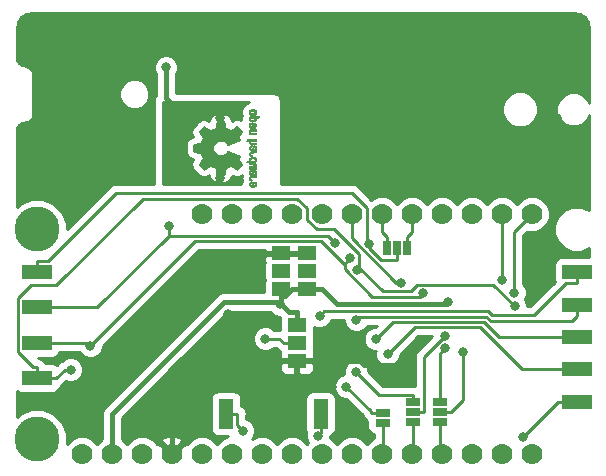
<source format=gbl>
G04 #@! TF.GenerationSoftware,KiCad,Pcbnew,(2018-02-15 revision 29b28de31)-makepkg*
G04 #@! TF.CreationDate,2018-02-28T00:21:08+10:30*
G04 #@! TF.ProjectId,ATM90E26_Featherwing,41544D39304532365F46656174686572,rev?*
G04 #@! TF.SameCoordinates,Original*
G04 #@! TF.FileFunction,Copper,L2,Bot,Signal*
G04 #@! TF.FilePolarity,Positive*
%FSLAX46Y46*%
G04 Gerber Fmt 4.6, Leading zero omitted, Abs format (unit mm)*
G04 Created by KiCad (PCBNEW (2018-02-15 revision 29b28de31)-makepkg) date 02/28/18 00:21:08*
%MOMM*%
%LPD*%
G01*
G04 APERTURE LIST*
%ADD10C,0.010000*%
%ADD11R,2.540000X1.270000*%
%ADD12R,1.270000X2.540000*%
%ADD13R,1.600200X1.168400*%
%ADD14R,0.635000X1.270000*%
%ADD15C,3.810000*%
%ADD16C,1.778000*%
%ADD17R,1.270000X0.635000*%
%ADD18C,0.800000*%
%ADD19C,0.400000*%
%ADD20C,0.250000*%
%ADD21C,0.254000*%
G04 APERTURE END LIST*
D10*
G36*
X139242348Y-97603910D02*
X139242778Y-97682454D01*
X139243942Y-97739298D01*
X139246207Y-97778105D01*
X139249940Y-97802538D01*
X139255506Y-97816262D01*
X139263273Y-97822940D01*
X139273605Y-97826236D01*
X139274943Y-97826556D01*
X139299079Y-97831562D01*
X139346701Y-97840829D01*
X139412741Y-97853392D01*
X139492128Y-97868287D01*
X139579796Y-97884551D01*
X139582875Y-97885119D01*
X139668789Y-97901410D01*
X139744696Y-97916652D01*
X139806045Y-97929861D01*
X139848282Y-97940054D01*
X139866855Y-97946248D01*
X139867184Y-97946543D01*
X139876253Y-97964788D01*
X139891367Y-98002405D01*
X139909262Y-98051271D01*
X139909358Y-98051543D01*
X139932493Y-98113093D01*
X139961965Y-98185657D01*
X139991597Y-98254057D01*
X139993062Y-98257294D01*
X140043626Y-98368702D01*
X139875160Y-98615399D01*
X139823803Y-98691077D01*
X139777889Y-98759631D01*
X139740030Y-98817088D01*
X139712837Y-98859476D01*
X139698921Y-98882825D01*
X139697889Y-98885042D01*
X139702484Y-98902010D01*
X139724655Y-98933701D01*
X139765447Y-98981352D01*
X139825905Y-99046198D01*
X139890227Y-99112397D01*
X139953612Y-99176214D01*
X140011451Y-99233329D01*
X140060175Y-99280305D01*
X140096210Y-99313703D01*
X140115984Y-99330085D01*
X140117002Y-99330694D01*
X140130572Y-99332505D01*
X140152733Y-99325683D01*
X140186478Y-99308540D01*
X140234800Y-99279393D01*
X140300692Y-99236555D01*
X140385517Y-99179448D01*
X140460177Y-99128766D01*
X140527140Y-99083461D01*
X140582516Y-99046150D01*
X140622420Y-99019452D01*
X140642962Y-99005985D01*
X140644356Y-99005137D01*
X140664038Y-99006781D01*
X140702293Y-99019245D01*
X140751889Y-99040048D01*
X140767728Y-99047462D01*
X140838290Y-99079814D01*
X140918353Y-99114328D01*
X140987629Y-99142365D01*
X141039045Y-99162568D01*
X141078119Y-99178615D01*
X141098541Y-99187888D01*
X141100114Y-99189041D01*
X141102721Y-99206096D01*
X141109863Y-99246298D01*
X141120523Y-99304302D01*
X141133685Y-99374763D01*
X141148333Y-99452335D01*
X141163449Y-99531672D01*
X141178018Y-99607431D01*
X141191022Y-99674264D01*
X141201445Y-99726828D01*
X141208270Y-99759776D01*
X141210199Y-99767857D01*
X141214962Y-99776205D01*
X141225718Y-99782506D01*
X141246098Y-99787045D01*
X141279734Y-99790104D01*
X141330255Y-99791967D01*
X141401292Y-99792918D01*
X141496476Y-99793240D01*
X141535492Y-99793257D01*
X141852799Y-99793257D01*
X141867839Y-99717057D01*
X141875995Y-99674663D01*
X141887899Y-99611400D01*
X141902116Y-99534962D01*
X141917210Y-99453043D01*
X141921355Y-99430400D01*
X141936053Y-99354806D01*
X141950505Y-99288953D01*
X141963375Y-99238366D01*
X141973322Y-99208574D01*
X141976287Y-99203612D01*
X141997283Y-99191426D01*
X142037967Y-99173953D01*
X142090322Y-99154577D01*
X142101600Y-99150734D01*
X142171523Y-99125339D01*
X142250418Y-99093817D01*
X142321266Y-99062969D01*
X142321595Y-99062817D01*
X142432733Y-99011447D01*
X142681253Y-99180399D01*
X142929772Y-99349352D01*
X143147058Y-99132429D01*
X143211726Y-99066819D01*
X143268733Y-99006979D01*
X143315033Y-98956267D01*
X143347584Y-98918046D01*
X143363343Y-98895675D01*
X143364343Y-98892466D01*
X143356469Y-98873626D01*
X143334578Y-98835180D01*
X143301267Y-98781330D01*
X143259131Y-98716276D01*
X143211943Y-98645940D01*
X143163810Y-98574555D01*
X143121928Y-98510908D01*
X143088871Y-98459041D01*
X143067218Y-98422995D01*
X143059543Y-98406867D01*
X143066037Y-98387189D01*
X143083150Y-98349875D01*
X143107326Y-98302621D01*
X143110013Y-98297612D01*
X143141927Y-98233977D01*
X143157579Y-98190341D01*
X143157745Y-98163202D01*
X143143204Y-98149057D01*
X143143000Y-98148975D01*
X143125779Y-98141905D01*
X143084899Y-98125042D01*
X143023525Y-98099695D01*
X142944819Y-98067171D01*
X142851947Y-98028778D01*
X142748072Y-97985822D01*
X142647502Y-97944222D01*
X142536516Y-97898504D01*
X142433703Y-97856526D01*
X142342215Y-97819548D01*
X142265201Y-97788827D01*
X142205815Y-97765622D01*
X142167209Y-97751190D01*
X142152800Y-97746743D01*
X142136272Y-97757896D01*
X142109930Y-97787069D01*
X142080887Y-97825971D01*
X141989039Y-97936757D01*
X141883759Y-98023351D01*
X141767266Y-98084716D01*
X141641776Y-98119815D01*
X141509507Y-98127608D01*
X141448457Y-98121943D01*
X141321795Y-98091078D01*
X141209941Y-98037920D01*
X141114001Y-97965767D01*
X141035076Y-97877917D01*
X140974270Y-97777665D01*
X140932687Y-97668310D01*
X140911428Y-97553147D01*
X140911599Y-97435475D01*
X140934301Y-97318590D01*
X140980638Y-97205789D01*
X141051713Y-97100369D01*
X141091911Y-97056368D01*
X141195129Y-96971979D01*
X141307925Y-96913222D01*
X141427010Y-96879704D01*
X141549095Y-96871035D01*
X141670893Y-96886823D01*
X141789116Y-96926678D01*
X141900475Y-96990207D01*
X142001684Y-97077021D01*
X142080887Y-97174029D01*
X142111162Y-97214437D01*
X142137219Y-97242982D01*
X142152825Y-97253257D01*
X142169843Y-97247877D01*
X142210500Y-97232575D01*
X142271642Y-97208612D01*
X142350119Y-97177244D01*
X142442780Y-97139732D01*
X142546472Y-97097333D01*
X142647526Y-97055663D01*
X142758607Y-97009690D01*
X142861541Y-96967107D01*
X142953165Y-96929221D01*
X143030316Y-96897340D01*
X143089831Y-96872771D01*
X143128544Y-96856820D01*
X143143000Y-96850910D01*
X143157685Y-96836948D01*
X143157642Y-96809940D01*
X143142099Y-96766413D01*
X143110284Y-96702890D01*
X143110013Y-96702388D01*
X143085323Y-96654560D01*
X143067338Y-96615897D01*
X143059614Y-96594095D01*
X143059543Y-96593133D01*
X143067378Y-96576721D01*
X143089165Y-96540487D01*
X143122328Y-96488474D01*
X143164291Y-96424725D01*
X143211943Y-96354060D01*
X143260191Y-96282116D01*
X143302151Y-96217274D01*
X143335227Y-96163735D01*
X143356821Y-96125697D01*
X143364343Y-96107533D01*
X143354457Y-96090808D01*
X143326826Y-96057180D01*
X143284495Y-96010010D01*
X143230505Y-95952658D01*
X143167899Y-95888484D01*
X143146983Y-95867497D01*
X142929623Y-95650499D01*
X142687220Y-95815668D01*
X142612781Y-95865864D01*
X142545972Y-95909919D01*
X142490665Y-95945362D01*
X142450729Y-95969719D01*
X142430036Y-95980522D01*
X142428563Y-95980838D01*
X142409058Y-95975143D01*
X142369822Y-95959826D01*
X142317430Y-95937537D01*
X142282355Y-95921893D01*
X142215201Y-95892641D01*
X142147358Y-95865094D01*
X142090034Y-95843737D01*
X142072572Y-95837935D01*
X142025938Y-95821452D01*
X141989905Y-95805340D01*
X141976287Y-95796490D01*
X141967952Y-95776960D01*
X141956137Y-95734334D01*
X141942181Y-95674145D01*
X141927422Y-95601922D01*
X141921355Y-95569600D01*
X141906273Y-95487522D01*
X141891669Y-95408795D01*
X141878980Y-95341109D01*
X141869642Y-95292160D01*
X141867839Y-95282943D01*
X141852799Y-95206743D01*
X141535492Y-95206743D01*
X141431154Y-95206914D01*
X141352213Y-95207616D01*
X141295038Y-95209134D01*
X141255999Y-95211749D01*
X141231465Y-95215746D01*
X141217805Y-95221409D01*
X141211389Y-95229020D01*
X141210199Y-95232143D01*
X141205980Y-95250978D01*
X141197562Y-95292588D01*
X141185961Y-95351630D01*
X141172195Y-95422757D01*
X141157280Y-95500625D01*
X141142232Y-95579887D01*
X141128069Y-95655198D01*
X141115806Y-95721213D01*
X141106461Y-95772587D01*
X141101050Y-95803975D01*
X141100114Y-95810959D01*
X141087596Y-95817285D01*
X141054246Y-95831290D01*
X141006377Y-95850355D01*
X140987629Y-95857634D01*
X140915195Y-95886996D01*
X140835170Y-95921571D01*
X140767728Y-95952537D01*
X140716159Y-95975323D01*
X140673785Y-95990482D01*
X140647834Y-95995542D01*
X140644356Y-95994736D01*
X140627936Y-95984041D01*
X140591417Y-95959620D01*
X140538687Y-95924095D01*
X140473635Y-95880087D01*
X140400151Y-95830217D01*
X140385645Y-95820356D01*
X140299704Y-95762492D01*
X140234261Y-95719956D01*
X140186304Y-95691054D01*
X140152820Y-95674090D01*
X140130795Y-95667367D01*
X140117217Y-95669190D01*
X140117131Y-95669236D01*
X140099297Y-95683586D01*
X140064817Y-95715323D01*
X140017268Y-95761010D01*
X139960222Y-95817204D01*
X139897255Y-95880468D01*
X139890227Y-95887602D01*
X139813020Y-95967330D01*
X139756330Y-96028857D01*
X139719110Y-96073421D01*
X139700315Y-96102257D01*
X139697889Y-96114958D01*
X139708471Y-96133494D01*
X139732916Y-96171961D01*
X139768612Y-96226386D01*
X139812947Y-96292798D01*
X139863311Y-96367225D01*
X139875160Y-96384601D01*
X140043626Y-96631297D01*
X139993062Y-96742706D01*
X139963595Y-96810457D01*
X139933959Y-96883183D01*
X139910330Y-96945703D01*
X139909358Y-96948457D01*
X139891457Y-96997360D01*
X139876320Y-97035057D01*
X139867210Y-97053425D01*
X139867184Y-97053456D01*
X139850717Y-97059285D01*
X139810219Y-97069192D01*
X139750242Y-97082195D01*
X139675340Y-97097309D01*
X139590064Y-97113552D01*
X139582875Y-97114881D01*
X139495014Y-97131175D01*
X139415260Y-97146133D01*
X139348681Y-97158791D01*
X139300347Y-97168186D01*
X139275325Y-97173354D01*
X139274943Y-97173444D01*
X139264299Y-97176589D01*
X139256262Y-97182704D01*
X139250467Y-97195453D01*
X139246547Y-97218500D01*
X139244135Y-97255509D01*
X139242865Y-97310144D01*
X139242371Y-97386067D01*
X139242286Y-97486944D01*
X139242286Y-97500000D01*
X139242348Y-97603910D01*
X139242348Y-97603910D01*
G37*
X139242348Y-97603910D02*
X139242778Y-97682454D01*
X139243942Y-97739298D01*
X139246207Y-97778105D01*
X139249940Y-97802538D01*
X139255506Y-97816262D01*
X139263273Y-97822940D01*
X139273605Y-97826236D01*
X139274943Y-97826556D01*
X139299079Y-97831562D01*
X139346701Y-97840829D01*
X139412741Y-97853392D01*
X139492128Y-97868287D01*
X139579796Y-97884551D01*
X139582875Y-97885119D01*
X139668789Y-97901410D01*
X139744696Y-97916652D01*
X139806045Y-97929861D01*
X139848282Y-97940054D01*
X139866855Y-97946248D01*
X139867184Y-97946543D01*
X139876253Y-97964788D01*
X139891367Y-98002405D01*
X139909262Y-98051271D01*
X139909358Y-98051543D01*
X139932493Y-98113093D01*
X139961965Y-98185657D01*
X139991597Y-98254057D01*
X139993062Y-98257294D01*
X140043626Y-98368702D01*
X139875160Y-98615399D01*
X139823803Y-98691077D01*
X139777889Y-98759631D01*
X139740030Y-98817088D01*
X139712837Y-98859476D01*
X139698921Y-98882825D01*
X139697889Y-98885042D01*
X139702484Y-98902010D01*
X139724655Y-98933701D01*
X139765447Y-98981352D01*
X139825905Y-99046198D01*
X139890227Y-99112397D01*
X139953612Y-99176214D01*
X140011451Y-99233329D01*
X140060175Y-99280305D01*
X140096210Y-99313703D01*
X140115984Y-99330085D01*
X140117002Y-99330694D01*
X140130572Y-99332505D01*
X140152733Y-99325683D01*
X140186478Y-99308540D01*
X140234800Y-99279393D01*
X140300692Y-99236555D01*
X140385517Y-99179448D01*
X140460177Y-99128766D01*
X140527140Y-99083461D01*
X140582516Y-99046150D01*
X140622420Y-99019452D01*
X140642962Y-99005985D01*
X140644356Y-99005137D01*
X140664038Y-99006781D01*
X140702293Y-99019245D01*
X140751889Y-99040048D01*
X140767728Y-99047462D01*
X140838290Y-99079814D01*
X140918353Y-99114328D01*
X140987629Y-99142365D01*
X141039045Y-99162568D01*
X141078119Y-99178615D01*
X141098541Y-99187888D01*
X141100114Y-99189041D01*
X141102721Y-99206096D01*
X141109863Y-99246298D01*
X141120523Y-99304302D01*
X141133685Y-99374763D01*
X141148333Y-99452335D01*
X141163449Y-99531672D01*
X141178018Y-99607431D01*
X141191022Y-99674264D01*
X141201445Y-99726828D01*
X141208270Y-99759776D01*
X141210199Y-99767857D01*
X141214962Y-99776205D01*
X141225718Y-99782506D01*
X141246098Y-99787045D01*
X141279734Y-99790104D01*
X141330255Y-99791967D01*
X141401292Y-99792918D01*
X141496476Y-99793240D01*
X141535492Y-99793257D01*
X141852799Y-99793257D01*
X141867839Y-99717057D01*
X141875995Y-99674663D01*
X141887899Y-99611400D01*
X141902116Y-99534962D01*
X141917210Y-99453043D01*
X141921355Y-99430400D01*
X141936053Y-99354806D01*
X141950505Y-99288953D01*
X141963375Y-99238366D01*
X141973322Y-99208574D01*
X141976287Y-99203612D01*
X141997283Y-99191426D01*
X142037967Y-99173953D01*
X142090322Y-99154577D01*
X142101600Y-99150734D01*
X142171523Y-99125339D01*
X142250418Y-99093817D01*
X142321266Y-99062969D01*
X142321595Y-99062817D01*
X142432733Y-99011447D01*
X142681253Y-99180399D01*
X142929772Y-99349352D01*
X143147058Y-99132429D01*
X143211726Y-99066819D01*
X143268733Y-99006979D01*
X143315033Y-98956267D01*
X143347584Y-98918046D01*
X143363343Y-98895675D01*
X143364343Y-98892466D01*
X143356469Y-98873626D01*
X143334578Y-98835180D01*
X143301267Y-98781330D01*
X143259131Y-98716276D01*
X143211943Y-98645940D01*
X143163810Y-98574555D01*
X143121928Y-98510908D01*
X143088871Y-98459041D01*
X143067218Y-98422995D01*
X143059543Y-98406867D01*
X143066037Y-98387189D01*
X143083150Y-98349875D01*
X143107326Y-98302621D01*
X143110013Y-98297612D01*
X143141927Y-98233977D01*
X143157579Y-98190341D01*
X143157745Y-98163202D01*
X143143204Y-98149057D01*
X143143000Y-98148975D01*
X143125779Y-98141905D01*
X143084899Y-98125042D01*
X143023525Y-98099695D01*
X142944819Y-98067171D01*
X142851947Y-98028778D01*
X142748072Y-97985822D01*
X142647502Y-97944222D01*
X142536516Y-97898504D01*
X142433703Y-97856526D01*
X142342215Y-97819548D01*
X142265201Y-97788827D01*
X142205815Y-97765622D01*
X142167209Y-97751190D01*
X142152800Y-97746743D01*
X142136272Y-97757896D01*
X142109930Y-97787069D01*
X142080887Y-97825971D01*
X141989039Y-97936757D01*
X141883759Y-98023351D01*
X141767266Y-98084716D01*
X141641776Y-98119815D01*
X141509507Y-98127608D01*
X141448457Y-98121943D01*
X141321795Y-98091078D01*
X141209941Y-98037920D01*
X141114001Y-97965767D01*
X141035076Y-97877917D01*
X140974270Y-97777665D01*
X140932687Y-97668310D01*
X140911428Y-97553147D01*
X140911599Y-97435475D01*
X140934301Y-97318590D01*
X140980638Y-97205789D01*
X141051713Y-97100369D01*
X141091911Y-97056368D01*
X141195129Y-96971979D01*
X141307925Y-96913222D01*
X141427010Y-96879704D01*
X141549095Y-96871035D01*
X141670893Y-96886823D01*
X141789116Y-96926678D01*
X141900475Y-96990207D01*
X142001684Y-97077021D01*
X142080887Y-97174029D01*
X142111162Y-97214437D01*
X142137219Y-97242982D01*
X142152825Y-97253257D01*
X142169843Y-97247877D01*
X142210500Y-97232575D01*
X142271642Y-97208612D01*
X142350119Y-97177244D01*
X142442780Y-97139732D01*
X142546472Y-97097333D01*
X142647526Y-97055663D01*
X142758607Y-97009690D01*
X142861541Y-96967107D01*
X142953165Y-96929221D01*
X143030316Y-96897340D01*
X143089831Y-96872771D01*
X143128544Y-96856820D01*
X143143000Y-96850910D01*
X143157685Y-96836948D01*
X143157642Y-96809940D01*
X143142099Y-96766413D01*
X143110284Y-96702890D01*
X143110013Y-96702388D01*
X143085323Y-96654560D01*
X143067338Y-96615897D01*
X143059614Y-96594095D01*
X143059543Y-96593133D01*
X143067378Y-96576721D01*
X143089165Y-96540487D01*
X143122328Y-96488474D01*
X143164291Y-96424725D01*
X143211943Y-96354060D01*
X143260191Y-96282116D01*
X143302151Y-96217274D01*
X143335227Y-96163735D01*
X143356821Y-96125697D01*
X143364343Y-96107533D01*
X143354457Y-96090808D01*
X143326826Y-96057180D01*
X143284495Y-96010010D01*
X143230505Y-95952658D01*
X143167899Y-95888484D01*
X143146983Y-95867497D01*
X142929623Y-95650499D01*
X142687220Y-95815668D01*
X142612781Y-95865864D01*
X142545972Y-95909919D01*
X142490665Y-95945362D01*
X142450729Y-95969719D01*
X142430036Y-95980522D01*
X142428563Y-95980838D01*
X142409058Y-95975143D01*
X142369822Y-95959826D01*
X142317430Y-95937537D01*
X142282355Y-95921893D01*
X142215201Y-95892641D01*
X142147358Y-95865094D01*
X142090034Y-95843737D01*
X142072572Y-95837935D01*
X142025938Y-95821452D01*
X141989905Y-95805340D01*
X141976287Y-95796490D01*
X141967952Y-95776960D01*
X141956137Y-95734334D01*
X141942181Y-95674145D01*
X141927422Y-95601922D01*
X141921355Y-95569600D01*
X141906273Y-95487522D01*
X141891669Y-95408795D01*
X141878980Y-95341109D01*
X141869642Y-95292160D01*
X141867839Y-95282943D01*
X141852799Y-95206743D01*
X141535492Y-95206743D01*
X141431154Y-95206914D01*
X141352213Y-95207616D01*
X141295038Y-95209134D01*
X141255999Y-95211749D01*
X141231465Y-95215746D01*
X141217805Y-95221409D01*
X141211389Y-95229020D01*
X141210199Y-95232143D01*
X141205980Y-95250978D01*
X141197562Y-95292588D01*
X141185961Y-95351630D01*
X141172195Y-95422757D01*
X141157280Y-95500625D01*
X141142232Y-95579887D01*
X141128069Y-95655198D01*
X141115806Y-95721213D01*
X141106461Y-95772587D01*
X141101050Y-95803975D01*
X141100114Y-95810959D01*
X141087596Y-95817285D01*
X141054246Y-95831290D01*
X141006377Y-95850355D01*
X140987629Y-95857634D01*
X140915195Y-95886996D01*
X140835170Y-95921571D01*
X140767728Y-95952537D01*
X140716159Y-95975323D01*
X140673785Y-95990482D01*
X140647834Y-95995542D01*
X140644356Y-95994736D01*
X140627936Y-95984041D01*
X140591417Y-95959620D01*
X140538687Y-95924095D01*
X140473635Y-95880087D01*
X140400151Y-95830217D01*
X140385645Y-95820356D01*
X140299704Y-95762492D01*
X140234261Y-95719956D01*
X140186304Y-95691054D01*
X140152820Y-95674090D01*
X140130795Y-95667367D01*
X140117217Y-95669190D01*
X140117131Y-95669236D01*
X140099297Y-95683586D01*
X140064817Y-95715323D01*
X140017268Y-95761010D01*
X139960222Y-95817204D01*
X139897255Y-95880468D01*
X139890227Y-95887602D01*
X139813020Y-95967330D01*
X139756330Y-96028857D01*
X139719110Y-96073421D01*
X139700315Y-96102257D01*
X139697889Y-96114958D01*
X139708471Y-96133494D01*
X139732916Y-96171961D01*
X139768612Y-96226386D01*
X139812947Y-96292798D01*
X139863311Y-96367225D01*
X139875160Y-96384601D01*
X140043626Y-96631297D01*
X139993062Y-96742706D01*
X139963595Y-96810457D01*
X139933959Y-96883183D01*
X139910330Y-96945703D01*
X139909358Y-96948457D01*
X139891457Y-96997360D01*
X139876320Y-97035057D01*
X139867210Y-97053425D01*
X139867184Y-97053456D01*
X139850717Y-97059285D01*
X139810219Y-97069192D01*
X139750242Y-97082195D01*
X139675340Y-97097309D01*
X139590064Y-97113552D01*
X139582875Y-97114881D01*
X139495014Y-97131175D01*
X139415260Y-97146133D01*
X139348681Y-97158791D01*
X139300347Y-97168186D01*
X139275325Y-97173354D01*
X139274943Y-97173444D01*
X139264299Y-97176589D01*
X139256262Y-97182704D01*
X139250467Y-97195453D01*
X139246547Y-97218500D01*
X139244135Y-97255509D01*
X139242865Y-97310144D01*
X139242371Y-97386067D01*
X139242286Y-97486944D01*
X139242286Y-97500000D01*
X139242348Y-97603910D01*
G36*
X143966966Y-100653595D02*
X144004497Y-100711021D01*
X144038096Y-100738719D01*
X144099064Y-100760662D01*
X144147308Y-100762405D01*
X144211816Y-100758457D01*
X144276934Y-100609686D01*
X144310202Y-100537349D01*
X144336964Y-100490084D01*
X144360144Y-100465507D01*
X144382667Y-100461237D01*
X144407455Y-100474889D01*
X144423886Y-100489943D01*
X144450235Y-100533746D01*
X144452081Y-100581389D01*
X144431546Y-100625145D01*
X144390752Y-100657289D01*
X144376347Y-100663038D01*
X144331356Y-100690576D01*
X144312182Y-100722258D01*
X144295779Y-100765714D01*
X144357966Y-100765714D01*
X144400283Y-100761872D01*
X144435969Y-100746823D01*
X144476943Y-100715280D01*
X144482267Y-100710592D01*
X144518720Y-100675506D01*
X144538283Y-100645347D01*
X144547283Y-100607615D01*
X144550230Y-100576335D01*
X144550965Y-100520385D01*
X144541660Y-100480555D01*
X144527846Y-100455708D01*
X144497467Y-100416656D01*
X144464613Y-100389625D01*
X144423294Y-100372517D01*
X144367521Y-100363238D01*
X144291305Y-100359693D01*
X144252622Y-100359410D01*
X144206247Y-100360372D01*
X144206247Y-100448007D01*
X144231126Y-100449023D01*
X144235200Y-100451556D01*
X144229665Y-100468274D01*
X144215017Y-100504249D01*
X144194190Y-100552331D01*
X144189714Y-100562386D01*
X144158814Y-100623152D01*
X144131657Y-100656632D01*
X144106220Y-100663990D01*
X144080481Y-100646391D01*
X144069109Y-100631856D01*
X144046364Y-100579410D01*
X144050122Y-100530322D01*
X144077884Y-100489227D01*
X144127152Y-100460758D01*
X144166257Y-100451631D01*
X144206247Y-100448007D01*
X144206247Y-100360372D01*
X144162249Y-100361285D01*
X144095384Y-100368196D01*
X144046695Y-100381884D01*
X144010849Y-100404096D01*
X143982513Y-100436574D01*
X143973355Y-100450733D01*
X143949507Y-100515053D01*
X143948006Y-100585473D01*
X143966966Y-100653595D01*
X143966966Y-100653595D01*
G37*
X143966966Y-100653595D02*
X144004497Y-100711021D01*
X144038096Y-100738719D01*
X144099064Y-100760662D01*
X144147308Y-100762405D01*
X144211816Y-100758457D01*
X144276934Y-100609686D01*
X144310202Y-100537349D01*
X144336964Y-100490084D01*
X144360144Y-100465507D01*
X144382667Y-100461237D01*
X144407455Y-100474889D01*
X144423886Y-100489943D01*
X144450235Y-100533746D01*
X144452081Y-100581389D01*
X144431546Y-100625145D01*
X144390752Y-100657289D01*
X144376347Y-100663038D01*
X144331356Y-100690576D01*
X144312182Y-100722258D01*
X144295779Y-100765714D01*
X144357966Y-100765714D01*
X144400283Y-100761872D01*
X144435969Y-100746823D01*
X144476943Y-100715280D01*
X144482267Y-100710592D01*
X144518720Y-100675506D01*
X144538283Y-100645347D01*
X144547283Y-100607615D01*
X144550230Y-100576335D01*
X144550965Y-100520385D01*
X144541660Y-100480555D01*
X144527846Y-100455708D01*
X144497467Y-100416656D01*
X144464613Y-100389625D01*
X144423294Y-100372517D01*
X144367521Y-100363238D01*
X144291305Y-100359693D01*
X144252622Y-100359410D01*
X144206247Y-100360372D01*
X144206247Y-100448007D01*
X144231126Y-100449023D01*
X144235200Y-100451556D01*
X144229665Y-100468274D01*
X144215017Y-100504249D01*
X144194190Y-100552331D01*
X144189714Y-100562386D01*
X144158814Y-100623152D01*
X144131657Y-100656632D01*
X144106220Y-100663990D01*
X144080481Y-100646391D01*
X144069109Y-100631856D01*
X144046364Y-100579410D01*
X144050122Y-100530322D01*
X144077884Y-100489227D01*
X144127152Y-100460758D01*
X144166257Y-100451631D01*
X144206247Y-100448007D01*
X144206247Y-100360372D01*
X144162249Y-100361285D01*
X144095384Y-100368196D01*
X144046695Y-100381884D01*
X144010849Y-100404096D01*
X143982513Y-100436574D01*
X143973355Y-100450733D01*
X143949507Y-100515053D01*
X143948006Y-100585473D01*
X143966966Y-100653595D01*
G36*
X143958752Y-100152600D02*
X143966334Y-100169948D01*
X143999128Y-100211356D01*
X144046547Y-100246765D01*
X144097151Y-100268664D01*
X144122098Y-100272229D01*
X144156927Y-100260279D01*
X144175357Y-100234067D01*
X144186516Y-100205964D01*
X144188572Y-100193095D01*
X144173649Y-100186829D01*
X144141175Y-100174456D01*
X144126502Y-100169028D01*
X144075744Y-100138590D01*
X144050427Y-100094520D01*
X144051206Y-100038010D01*
X144052203Y-100033825D01*
X144066507Y-100003655D01*
X144094393Y-99981476D01*
X144139287Y-99966327D01*
X144204615Y-99957250D01*
X144293804Y-99953286D01*
X144341261Y-99952914D01*
X144416071Y-99952730D01*
X144467069Y-99951522D01*
X144499471Y-99948309D01*
X144518495Y-99942109D01*
X144529356Y-99931940D01*
X144537272Y-99916819D01*
X144537670Y-99915946D01*
X144549981Y-99886828D01*
X144554514Y-99872403D01*
X144540809Y-99870186D01*
X144502925Y-99868289D01*
X144445715Y-99866847D01*
X144374027Y-99865998D01*
X144321565Y-99865829D01*
X144220047Y-99866692D01*
X144143032Y-99870070D01*
X144086023Y-99877142D01*
X144044526Y-99889088D01*
X144014043Y-99907090D01*
X143990080Y-99932327D01*
X143973355Y-99957247D01*
X143951097Y-100017171D01*
X143946076Y-100086911D01*
X143958752Y-100152600D01*
X143958752Y-100152600D01*
G37*
X143958752Y-100152600D02*
X143966334Y-100169948D01*
X143999128Y-100211356D01*
X144046547Y-100246765D01*
X144097151Y-100268664D01*
X144122098Y-100272229D01*
X144156927Y-100260279D01*
X144175357Y-100234067D01*
X144186516Y-100205964D01*
X144188572Y-100193095D01*
X144173649Y-100186829D01*
X144141175Y-100174456D01*
X144126502Y-100169028D01*
X144075744Y-100138590D01*
X144050427Y-100094520D01*
X144051206Y-100038010D01*
X144052203Y-100033825D01*
X144066507Y-100003655D01*
X144094393Y-99981476D01*
X144139287Y-99966327D01*
X144204615Y-99957250D01*
X144293804Y-99953286D01*
X144341261Y-99952914D01*
X144416071Y-99952730D01*
X144467069Y-99951522D01*
X144499471Y-99948309D01*
X144518495Y-99942109D01*
X144529356Y-99931940D01*
X144537272Y-99916819D01*
X144537670Y-99915946D01*
X144549981Y-99886828D01*
X144554514Y-99872403D01*
X144540809Y-99870186D01*
X144502925Y-99868289D01*
X144445715Y-99866847D01*
X144374027Y-99865998D01*
X144321565Y-99865829D01*
X144220047Y-99866692D01*
X144143032Y-99870070D01*
X144086023Y-99877142D01*
X144044526Y-99889088D01*
X144014043Y-99907090D01*
X143990080Y-99932327D01*
X143973355Y-99957247D01*
X143951097Y-100017171D01*
X143946076Y-100086911D01*
X143958752Y-100152600D01*
G36*
X143956335Y-99644876D02*
X143975344Y-99686667D01*
X143998378Y-99719469D01*
X144024133Y-99743503D01*
X144057358Y-99760097D01*
X144102800Y-99770577D01*
X144165207Y-99776271D01*
X144249327Y-99778507D01*
X144304721Y-99778743D01*
X144520826Y-99778743D01*
X144537670Y-99741774D01*
X144549981Y-99712656D01*
X144554514Y-99698231D01*
X144541025Y-99695472D01*
X144504653Y-99693282D01*
X144451542Y-99691942D01*
X144409372Y-99691657D01*
X144348447Y-99690434D01*
X144300115Y-99687136D01*
X144270518Y-99682321D01*
X144264229Y-99678496D01*
X144270652Y-99652783D01*
X144287125Y-99612418D01*
X144309458Y-99565679D01*
X144333457Y-99520845D01*
X144354930Y-99486193D01*
X144369685Y-99470002D01*
X144369845Y-99469938D01*
X144397152Y-99471330D01*
X144423219Y-99483818D01*
X144444392Y-99505743D01*
X144451474Y-99537743D01*
X144450649Y-99565092D01*
X144450042Y-99603826D01*
X144459116Y-99624158D01*
X144483092Y-99636369D01*
X144487613Y-99637909D01*
X144521806Y-99643203D01*
X144542568Y-99629047D01*
X144552462Y-99592148D01*
X144554292Y-99552289D01*
X144540727Y-99480562D01*
X144521355Y-99443432D01*
X144475845Y-99397576D01*
X144419983Y-99373256D01*
X144360957Y-99371073D01*
X144305953Y-99391629D01*
X144271486Y-99422549D01*
X144252189Y-99453420D01*
X144227759Y-99501942D01*
X144202985Y-99558485D01*
X144199199Y-99567910D01*
X144171791Y-99630019D01*
X144147634Y-99665822D01*
X144123619Y-99677337D01*
X144096635Y-99666580D01*
X144075543Y-99648114D01*
X144049572Y-99604469D01*
X144047624Y-99556446D01*
X144067637Y-99512406D01*
X144107551Y-99480709D01*
X144117848Y-99476549D01*
X144155724Y-99452327D01*
X144183842Y-99416965D01*
X144206917Y-99372343D01*
X144141485Y-99372343D01*
X144101506Y-99374969D01*
X144069997Y-99386230D01*
X144036378Y-99411199D01*
X144010484Y-99435169D01*
X143973817Y-99472441D01*
X143954121Y-99501401D01*
X143946220Y-99532505D01*
X143944914Y-99567713D01*
X143956335Y-99644876D01*
X143956335Y-99644876D01*
G37*
X143956335Y-99644876D02*
X143975344Y-99686667D01*
X143998378Y-99719469D01*
X144024133Y-99743503D01*
X144057358Y-99760097D01*
X144102800Y-99770577D01*
X144165207Y-99776271D01*
X144249327Y-99778507D01*
X144304721Y-99778743D01*
X144520826Y-99778743D01*
X144537670Y-99741774D01*
X144549981Y-99712656D01*
X144554514Y-99698231D01*
X144541025Y-99695472D01*
X144504653Y-99693282D01*
X144451542Y-99691942D01*
X144409372Y-99691657D01*
X144348447Y-99690434D01*
X144300115Y-99687136D01*
X144270518Y-99682321D01*
X144264229Y-99678496D01*
X144270652Y-99652783D01*
X144287125Y-99612418D01*
X144309458Y-99565679D01*
X144333457Y-99520845D01*
X144354930Y-99486193D01*
X144369685Y-99470002D01*
X144369845Y-99469938D01*
X144397152Y-99471330D01*
X144423219Y-99483818D01*
X144444392Y-99505743D01*
X144451474Y-99537743D01*
X144450649Y-99565092D01*
X144450042Y-99603826D01*
X144459116Y-99624158D01*
X144483092Y-99636369D01*
X144487613Y-99637909D01*
X144521806Y-99643203D01*
X144542568Y-99629047D01*
X144552462Y-99592148D01*
X144554292Y-99552289D01*
X144540727Y-99480562D01*
X144521355Y-99443432D01*
X144475845Y-99397576D01*
X144419983Y-99373256D01*
X144360957Y-99371073D01*
X144305953Y-99391629D01*
X144271486Y-99422549D01*
X144252189Y-99453420D01*
X144227759Y-99501942D01*
X144202985Y-99558485D01*
X144199199Y-99567910D01*
X144171791Y-99630019D01*
X144147634Y-99665822D01*
X144123619Y-99677337D01*
X144096635Y-99666580D01*
X144075543Y-99648114D01*
X144049572Y-99604469D01*
X144047624Y-99556446D01*
X144067637Y-99512406D01*
X144107551Y-99480709D01*
X144117848Y-99476549D01*
X144155724Y-99452327D01*
X144183842Y-99416965D01*
X144206917Y-99372343D01*
X144141485Y-99372343D01*
X144101506Y-99374969D01*
X144069997Y-99386230D01*
X144036378Y-99411199D01*
X144010484Y-99435169D01*
X143973817Y-99472441D01*
X143954121Y-99501401D01*
X143946220Y-99532505D01*
X143944914Y-99567713D01*
X143956335Y-99644876D01*
G36*
X143958663Y-99279833D02*
X143996850Y-99282048D01*
X144054886Y-99283784D01*
X144128180Y-99284899D01*
X144205055Y-99285257D01*
X144465196Y-99285257D01*
X144511127Y-99239326D01*
X144539429Y-99207675D01*
X144550893Y-99179890D01*
X144550168Y-99141915D01*
X144548321Y-99126840D01*
X144542948Y-99079726D01*
X144539869Y-99040756D01*
X144539585Y-99031257D01*
X144541445Y-98999233D01*
X144546114Y-98953432D01*
X144548321Y-98935674D01*
X144551735Y-98892057D01*
X144544320Y-98862745D01*
X144521427Y-98833680D01*
X144511127Y-98823188D01*
X144465196Y-98777257D01*
X143978602Y-98777257D01*
X143961758Y-98814226D01*
X143949282Y-98846059D01*
X143944914Y-98864683D01*
X143958718Y-98869458D01*
X143997286Y-98873921D01*
X144056356Y-98877775D01*
X144131663Y-98880722D01*
X144195286Y-98882143D01*
X144445657Y-98886114D01*
X144450556Y-98920759D01*
X144447131Y-98952268D01*
X144436041Y-98967708D01*
X144415308Y-98972023D01*
X144371145Y-98975708D01*
X144309146Y-98978469D01*
X144234909Y-98980012D01*
X144196706Y-98980235D01*
X143976783Y-98980457D01*
X143960849Y-99026166D01*
X143950015Y-99058518D01*
X143944962Y-99076115D01*
X143944914Y-99076623D01*
X143958648Y-99078388D01*
X143996730Y-99080329D01*
X144054482Y-99082282D01*
X144127227Y-99084084D01*
X144195286Y-99085343D01*
X144445657Y-99089314D01*
X144445657Y-99176400D01*
X144217240Y-99180396D01*
X143988822Y-99184392D01*
X143966868Y-99226847D01*
X143951793Y-99258192D01*
X143944951Y-99276744D01*
X143944914Y-99277279D01*
X143958663Y-99279833D01*
X143958663Y-99279833D01*
G37*
X143958663Y-99279833D02*
X143996850Y-99282048D01*
X144054886Y-99283784D01*
X144128180Y-99284899D01*
X144205055Y-99285257D01*
X144465196Y-99285257D01*
X144511127Y-99239326D01*
X144539429Y-99207675D01*
X144550893Y-99179890D01*
X144550168Y-99141915D01*
X144548321Y-99126840D01*
X144542948Y-99079726D01*
X144539869Y-99040756D01*
X144539585Y-99031257D01*
X144541445Y-98999233D01*
X144546114Y-98953432D01*
X144548321Y-98935674D01*
X144551735Y-98892057D01*
X144544320Y-98862745D01*
X144521427Y-98833680D01*
X144511127Y-98823188D01*
X144465196Y-98777257D01*
X143978602Y-98777257D01*
X143961758Y-98814226D01*
X143949282Y-98846059D01*
X143944914Y-98864683D01*
X143958718Y-98869458D01*
X143997286Y-98873921D01*
X144056356Y-98877775D01*
X144131663Y-98880722D01*
X144195286Y-98882143D01*
X144445657Y-98886114D01*
X144450556Y-98920759D01*
X144447131Y-98952268D01*
X144436041Y-98967708D01*
X144415308Y-98972023D01*
X144371145Y-98975708D01*
X144309146Y-98978469D01*
X144234909Y-98980012D01*
X144196706Y-98980235D01*
X143976783Y-98980457D01*
X143960849Y-99026166D01*
X143950015Y-99058518D01*
X143944962Y-99076115D01*
X143944914Y-99076623D01*
X143958648Y-99078388D01*
X143996730Y-99080329D01*
X144054482Y-99082282D01*
X144127227Y-99084084D01*
X144195286Y-99085343D01*
X144445657Y-99089314D01*
X144445657Y-99176400D01*
X144217240Y-99180396D01*
X143988822Y-99184392D01*
X143966868Y-99226847D01*
X143951793Y-99258192D01*
X143944951Y-99276744D01*
X143944914Y-99277279D01*
X143958663Y-99279833D01*
G36*
X144065358Y-98690117D02*
X144173837Y-98689933D01*
X144257287Y-98689219D01*
X144319704Y-98687675D01*
X144365085Y-98685001D01*
X144397429Y-98680894D01*
X144420733Y-98675055D01*
X144438995Y-98667182D01*
X144449418Y-98661221D01*
X144505945Y-98611855D01*
X144541377Y-98549264D01*
X144554090Y-98480013D01*
X144542463Y-98410668D01*
X144521568Y-98369375D01*
X144485422Y-98326025D01*
X144441276Y-98296481D01*
X144383462Y-98278655D01*
X144306313Y-98270463D01*
X144249714Y-98269302D01*
X144245647Y-98269458D01*
X144245647Y-98370857D01*
X144310550Y-98371476D01*
X144353514Y-98374314D01*
X144381622Y-98380840D01*
X144401953Y-98392523D01*
X144417288Y-98406483D01*
X144446890Y-98453365D01*
X144449419Y-98503701D01*
X144424705Y-98551276D01*
X144421356Y-98554979D01*
X144403935Y-98570783D01*
X144383209Y-98580693D01*
X144352362Y-98586058D01*
X144304577Y-98588228D01*
X144251748Y-98588571D01*
X144185381Y-98587827D01*
X144141106Y-98584748D01*
X144112009Y-98578061D01*
X144091173Y-98566496D01*
X144080107Y-98557013D01*
X144052198Y-98512960D01*
X144048843Y-98462224D01*
X144070159Y-98413796D01*
X144078073Y-98404450D01*
X144095647Y-98388540D01*
X144116587Y-98378610D01*
X144147782Y-98373278D01*
X144196122Y-98371163D01*
X144245647Y-98370857D01*
X144245647Y-98269458D01*
X144158568Y-98272810D01*
X144090086Y-98284726D01*
X144038600Y-98307135D01*
X143998443Y-98342124D01*
X143977861Y-98369375D01*
X143955625Y-98418907D01*
X143945304Y-98476316D01*
X143948067Y-98529682D01*
X143959212Y-98559543D01*
X143962383Y-98571261D01*
X143950557Y-98579037D01*
X143918866Y-98584465D01*
X143870593Y-98588571D01*
X143816829Y-98593067D01*
X143784482Y-98599313D01*
X143765985Y-98610676D01*
X143753770Y-98630528D01*
X143748362Y-98643000D01*
X143728601Y-98690171D01*
X144065358Y-98690117D01*
X144065358Y-98690117D01*
G37*
X144065358Y-98690117D02*
X144173837Y-98689933D01*
X144257287Y-98689219D01*
X144319704Y-98687675D01*
X144365085Y-98685001D01*
X144397429Y-98680894D01*
X144420733Y-98675055D01*
X144438995Y-98667182D01*
X144449418Y-98661221D01*
X144505945Y-98611855D01*
X144541377Y-98549264D01*
X144554090Y-98480013D01*
X144542463Y-98410668D01*
X144521568Y-98369375D01*
X144485422Y-98326025D01*
X144441276Y-98296481D01*
X144383462Y-98278655D01*
X144306313Y-98270463D01*
X144249714Y-98269302D01*
X144245647Y-98269458D01*
X144245647Y-98370857D01*
X144310550Y-98371476D01*
X144353514Y-98374314D01*
X144381622Y-98380840D01*
X144401953Y-98392523D01*
X144417288Y-98406483D01*
X144446890Y-98453365D01*
X144449419Y-98503701D01*
X144424705Y-98551276D01*
X144421356Y-98554979D01*
X144403935Y-98570783D01*
X144383209Y-98580693D01*
X144352362Y-98586058D01*
X144304577Y-98588228D01*
X144251748Y-98588571D01*
X144185381Y-98587827D01*
X144141106Y-98584748D01*
X144112009Y-98578061D01*
X144091173Y-98566496D01*
X144080107Y-98557013D01*
X144052198Y-98512960D01*
X144048843Y-98462224D01*
X144070159Y-98413796D01*
X144078073Y-98404450D01*
X144095647Y-98388540D01*
X144116587Y-98378610D01*
X144147782Y-98373278D01*
X144196122Y-98371163D01*
X144245647Y-98370857D01*
X144245647Y-98269458D01*
X144158568Y-98272810D01*
X144090086Y-98284726D01*
X144038600Y-98307135D01*
X143998443Y-98342124D01*
X143977861Y-98369375D01*
X143955625Y-98418907D01*
X143945304Y-98476316D01*
X143948067Y-98529682D01*
X143959212Y-98559543D01*
X143962383Y-98571261D01*
X143950557Y-98579037D01*
X143918866Y-98584465D01*
X143870593Y-98588571D01*
X143816829Y-98593067D01*
X143784482Y-98599313D01*
X143765985Y-98610676D01*
X143753770Y-98630528D01*
X143748362Y-98643000D01*
X143728601Y-98690171D01*
X144065358Y-98690117D01*
G36*
X143949755Y-98029926D02*
X143974084Y-98095858D01*
X144017117Y-98149273D01*
X144047409Y-98170164D01*
X144102994Y-98192939D01*
X144143186Y-98192466D01*
X144170217Y-98168562D01*
X144174813Y-98159717D01*
X144189144Y-98121530D01*
X144185472Y-98102028D01*
X144161407Y-98095422D01*
X144148114Y-98095086D01*
X144099210Y-98082992D01*
X144064999Y-98051471D01*
X144048476Y-98007659D01*
X144052634Y-97958695D01*
X144074227Y-97918894D01*
X144086544Y-97905450D01*
X144101487Y-97895921D01*
X144124075Y-97889485D01*
X144159328Y-97885317D01*
X144212266Y-97882597D01*
X144287907Y-97880502D01*
X144311857Y-97879960D01*
X144393790Y-97877981D01*
X144451455Y-97875731D01*
X144489608Y-97872357D01*
X144513004Y-97867006D01*
X144526398Y-97858824D01*
X144534545Y-97846959D01*
X144538144Y-97839362D01*
X144550452Y-97807102D01*
X144554514Y-97788111D01*
X144540948Y-97781836D01*
X144499934Y-97778006D01*
X144430999Y-97776600D01*
X144333669Y-97777598D01*
X144318657Y-97777908D01*
X144229859Y-97780101D01*
X144165019Y-97782693D01*
X144119067Y-97786382D01*
X144086935Y-97791864D01*
X144063553Y-97799835D01*
X144043852Y-97810993D01*
X144035410Y-97816830D01*
X143998057Y-97850296D01*
X143969003Y-97887727D01*
X143966467Y-97892309D01*
X143946443Y-97959426D01*
X143949755Y-98029926D01*
X143949755Y-98029926D01*
G37*
X143949755Y-98029926D02*
X143974084Y-98095858D01*
X144017117Y-98149273D01*
X144047409Y-98170164D01*
X144102994Y-98192939D01*
X144143186Y-98192466D01*
X144170217Y-98168562D01*
X144174813Y-98159717D01*
X144189144Y-98121530D01*
X144185472Y-98102028D01*
X144161407Y-98095422D01*
X144148114Y-98095086D01*
X144099210Y-98082992D01*
X144064999Y-98051471D01*
X144048476Y-98007659D01*
X144052634Y-97958695D01*
X144074227Y-97918894D01*
X144086544Y-97905450D01*
X144101487Y-97895921D01*
X144124075Y-97889485D01*
X144159328Y-97885317D01*
X144212266Y-97882597D01*
X144287907Y-97880502D01*
X144311857Y-97879960D01*
X144393790Y-97877981D01*
X144451455Y-97875731D01*
X144489608Y-97872357D01*
X144513004Y-97867006D01*
X144526398Y-97858824D01*
X144534545Y-97846959D01*
X144538144Y-97839362D01*
X144550452Y-97807102D01*
X144554514Y-97788111D01*
X144540948Y-97781836D01*
X144499934Y-97778006D01*
X144430999Y-97776600D01*
X144333669Y-97777598D01*
X144318657Y-97777908D01*
X144229859Y-97780101D01*
X144165019Y-97782693D01*
X144119067Y-97786382D01*
X144086935Y-97791864D01*
X144063553Y-97799835D01*
X144043852Y-97810993D01*
X144035410Y-97816830D01*
X143998057Y-97850296D01*
X143969003Y-97887727D01*
X143966467Y-97892309D01*
X143946443Y-97959426D01*
X143949755Y-98029926D01*
G36*
X143950968Y-97539744D02*
X143972087Y-97596616D01*
X143972493Y-97597267D01*
X143998380Y-97632440D01*
X144028633Y-97658407D01*
X144068058Y-97676670D01*
X144121462Y-97688732D01*
X144193651Y-97696096D01*
X144289432Y-97700264D01*
X144303078Y-97700629D01*
X144508842Y-97705876D01*
X144531678Y-97661716D01*
X144547110Y-97629763D01*
X144554423Y-97610470D01*
X144554514Y-97609578D01*
X144541022Y-97606239D01*
X144504626Y-97603587D01*
X144451452Y-97601956D01*
X144408393Y-97601600D01*
X144338641Y-97601592D01*
X144294837Y-97598403D01*
X144273944Y-97587288D01*
X144272925Y-97563501D01*
X144288741Y-97522296D01*
X144317815Y-97460086D01*
X144341963Y-97414341D01*
X144362913Y-97390813D01*
X144385747Y-97383896D01*
X144386877Y-97383886D01*
X144426212Y-97395299D01*
X144447462Y-97429092D01*
X144450539Y-97480809D01*
X144450006Y-97518061D01*
X144460735Y-97537703D01*
X144486505Y-97549952D01*
X144519337Y-97557002D01*
X144537966Y-97546842D01*
X144540632Y-97543017D01*
X144551340Y-97507001D01*
X144552856Y-97456566D01*
X144545759Y-97404626D01*
X144532788Y-97367822D01*
X144489585Y-97316938D01*
X144429446Y-97288014D01*
X144382462Y-97282286D01*
X144340082Y-97286657D01*
X144305488Y-97302475D01*
X144274763Y-97333797D01*
X144243990Y-97384678D01*
X144209252Y-97459176D01*
X144207288Y-97463714D01*
X144176287Y-97530821D01*
X144150862Y-97572232D01*
X144128014Y-97589981D01*
X144104745Y-97586107D01*
X144078056Y-97562643D01*
X144071914Y-97555627D01*
X144048100Y-97508630D01*
X144049103Y-97459933D01*
X144072451Y-97417522D01*
X144115675Y-97389384D01*
X144124160Y-97386769D01*
X144165308Y-97361308D01*
X144185128Y-97329001D01*
X144204770Y-97282286D01*
X144153950Y-97282286D01*
X144080082Y-97296496D01*
X144012327Y-97338675D01*
X143989661Y-97360624D01*
X143960569Y-97410517D01*
X143947400Y-97473967D01*
X143950968Y-97539744D01*
X143950968Y-97539744D01*
G37*
X143950968Y-97539744D02*
X143972087Y-97596616D01*
X143972493Y-97597267D01*
X143998380Y-97632440D01*
X144028633Y-97658407D01*
X144068058Y-97676670D01*
X144121462Y-97688732D01*
X144193651Y-97696096D01*
X144289432Y-97700264D01*
X144303078Y-97700629D01*
X144508842Y-97705876D01*
X144531678Y-97661716D01*
X144547110Y-97629763D01*
X144554423Y-97610470D01*
X144554514Y-97609578D01*
X144541022Y-97606239D01*
X144504626Y-97603587D01*
X144451452Y-97601956D01*
X144408393Y-97601600D01*
X144338641Y-97601592D01*
X144294837Y-97598403D01*
X144273944Y-97587288D01*
X144272925Y-97563501D01*
X144288741Y-97522296D01*
X144317815Y-97460086D01*
X144341963Y-97414341D01*
X144362913Y-97390813D01*
X144385747Y-97383896D01*
X144386877Y-97383886D01*
X144426212Y-97395299D01*
X144447462Y-97429092D01*
X144450539Y-97480809D01*
X144450006Y-97518061D01*
X144460735Y-97537703D01*
X144486505Y-97549952D01*
X144519337Y-97557002D01*
X144537966Y-97546842D01*
X144540632Y-97543017D01*
X144551340Y-97507001D01*
X144552856Y-97456566D01*
X144545759Y-97404626D01*
X144532788Y-97367822D01*
X144489585Y-97316938D01*
X144429446Y-97288014D01*
X144382462Y-97282286D01*
X144340082Y-97286657D01*
X144305488Y-97302475D01*
X144274763Y-97333797D01*
X144243990Y-97384678D01*
X144209252Y-97459176D01*
X144207288Y-97463714D01*
X144176287Y-97530821D01*
X144150862Y-97572232D01*
X144128014Y-97589981D01*
X144104745Y-97586107D01*
X144078056Y-97562643D01*
X144071914Y-97555627D01*
X144048100Y-97508630D01*
X144049103Y-97459933D01*
X144072451Y-97417522D01*
X144115675Y-97389384D01*
X144124160Y-97386769D01*
X144165308Y-97361308D01*
X144185128Y-97329001D01*
X144204770Y-97282286D01*
X144153950Y-97282286D01*
X144080082Y-97296496D01*
X144012327Y-97338675D01*
X143989661Y-97360624D01*
X143960569Y-97410517D01*
X143947400Y-97473967D01*
X143950968Y-97539744D01*
G36*
X143851289Y-96875886D02*
X143910613Y-96880139D01*
X143945572Y-96885025D01*
X143960820Y-96891795D01*
X143961015Y-96901702D01*
X143959195Y-96904914D01*
X143946015Y-96947644D01*
X143946785Y-97003227D01*
X143960333Y-97059737D01*
X143977861Y-97095082D01*
X144005861Y-97131321D01*
X144037549Y-97157813D01*
X144077813Y-97175999D01*
X144131543Y-97187322D01*
X144203626Y-97193222D01*
X144298951Y-97195143D01*
X144317237Y-97195177D01*
X144522646Y-97195200D01*
X144538580Y-97149491D01*
X144549420Y-97117027D01*
X144554468Y-97099215D01*
X144554514Y-97098691D01*
X144540828Y-97096937D01*
X144503076Y-97095444D01*
X144446224Y-97094326D01*
X144375234Y-97093697D01*
X144332073Y-97093600D01*
X144246973Y-97093398D01*
X144185981Y-97092358D01*
X144144177Y-97089831D01*
X144116642Y-97085164D01*
X144098456Y-97077707D01*
X144084698Y-97066811D01*
X144078073Y-97060007D01*
X144051375Y-97013272D01*
X144049375Y-96962272D01*
X144071955Y-96916001D01*
X144080107Y-96907444D01*
X144095436Y-96894893D01*
X144113618Y-96886188D01*
X144139909Y-96880631D01*
X144179562Y-96877526D01*
X144237832Y-96876176D01*
X144318173Y-96875886D01*
X144522646Y-96875886D01*
X144538580Y-96830177D01*
X144549420Y-96797713D01*
X144554468Y-96779901D01*
X144554514Y-96779377D01*
X144540623Y-96778037D01*
X144501439Y-96776828D01*
X144440700Y-96775801D01*
X144362141Y-96775002D01*
X144269498Y-96774481D01*
X144166509Y-96774286D01*
X143769342Y-96774286D01*
X143749444Y-96821457D01*
X143729547Y-96868629D01*
X143851289Y-96875886D01*
X143851289Y-96875886D01*
G37*
X143851289Y-96875886D02*
X143910613Y-96880139D01*
X143945572Y-96885025D01*
X143960820Y-96891795D01*
X143961015Y-96901702D01*
X143959195Y-96904914D01*
X143946015Y-96947644D01*
X143946785Y-97003227D01*
X143960333Y-97059737D01*
X143977861Y-97095082D01*
X144005861Y-97131321D01*
X144037549Y-97157813D01*
X144077813Y-97175999D01*
X144131543Y-97187322D01*
X144203626Y-97193222D01*
X144298951Y-97195143D01*
X144317237Y-97195177D01*
X144522646Y-97195200D01*
X144538580Y-97149491D01*
X144549420Y-97117027D01*
X144554468Y-97099215D01*
X144554514Y-97098691D01*
X144540828Y-97096937D01*
X144503076Y-97095444D01*
X144446224Y-97094326D01*
X144375234Y-97093697D01*
X144332073Y-97093600D01*
X144246973Y-97093398D01*
X144185981Y-97092358D01*
X144144177Y-97089831D01*
X144116642Y-97085164D01*
X144098456Y-97077707D01*
X144084698Y-97066811D01*
X144078073Y-97060007D01*
X144051375Y-97013272D01*
X144049375Y-96962272D01*
X144071955Y-96916001D01*
X144080107Y-96907444D01*
X144095436Y-96894893D01*
X144113618Y-96886188D01*
X144139909Y-96880631D01*
X144179562Y-96877526D01*
X144237832Y-96876176D01*
X144318173Y-96875886D01*
X144522646Y-96875886D01*
X144538580Y-96830177D01*
X144549420Y-96797713D01*
X144554468Y-96779901D01*
X144554514Y-96779377D01*
X144540623Y-96778037D01*
X144501439Y-96776828D01*
X144440700Y-96775801D01*
X144362141Y-96775002D01*
X144269498Y-96774481D01*
X144166509Y-96774286D01*
X143769342Y-96774286D01*
X143749444Y-96821457D01*
X143729547Y-96868629D01*
X143851289Y-96875886D01*
G36*
X143931239Y-95668303D02*
X143969735Y-95725527D01*
X144025335Y-95769749D01*
X144096086Y-95796167D01*
X144148162Y-95801510D01*
X144169893Y-95800903D01*
X144186531Y-95795822D01*
X144201437Y-95781855D01*
X144217973Y-95754589D01*
X144239498Y-95709612D01*
X144269374Y-95642511D01*
X144269524Y-95642171D01*
X144297813Y-95580407D01*
X144322933Y-95529759D01*
X144342179Y-95495404D01*
X144352848Y-95482518D01*
X144352934Y-95482514D01*
X144376166Y-95493872D01*
X144401774Y-95520431D01*
X144420221Y-95550923D01*
X144423886Y-95566370D01*
X144411212Y-95608515D01*
X144379471Y-95644808D01*
X144344572Y-95662517D01*
X144318845Y-95679552D01*
X144289546Y-95712922D01*
X144264235Y-95752149D01*
X144250471Y-95786756D01*
X144249714Y-95793993D01*
X144262160Y-95802139D01*
X144293972Y-95802630D01*
X144336866Y-95796643D01*
X144382558Y-95785357D01*
X144422761Y-95769950D01*
X144424322Y-95769171D01*
X144489062Y-95722804D01*
X144533097Y-95662711D01*
X144554711Y-95594465D01*
X144552185Y-95523638D01*
X144523804Y-95455804D01*
X144521808Y-95452788D01*
X144473448Y-95399427D01*
X144410352Y-95364340D01*
X144327387Y-95344922D01*
X144304078Y-95342316D01*
X144194055Y-95337701D01*
X144142748Y-95343233D01*
X144142748Y-95482514D01*
X144174753Y-95484324D01*
X144184093Y-95494222D01*
X144177105Y-95518898D01*
X144160587Y-95557795D01*
X144139881Y-95601275D01*
X144139333Y-95602356D01*
X144119949Y-95639209D01*
X144107013Y-95654000D01*
X144093451Y-95650353D01*
X144075632Y-95634995D01*
X144049845Y-95595923D01*
X144047950Y-95553846D01*
X144066717Y-95516103D01*
X144102915Y-95490034D01*
X144142748Y-95482514D01*
X144142748Y-95343233D01*
X144106027Y-95347194D01*
X144036212Y-95371550D01*
X143987302Y-95405456D01*
X143937878Y-95466653D01*
X143913359Y-95534063D01*
X143911797Y-95602880D01*
X143931239Y-95668303D01*
X143931239Y-95668303D01*
G37*
X143931239Y-95668303D02*
X143969735Y-95725527D01*
X144025335Y-95769749D01*
X144096086Y-95796167D01*
X144148162Y-95801510D01*
X144169893Y-95800903D01*
X144186531Y-95795822D01*
X144201437Y-95781855D01*
X144217973Y-95754589D01*
X144239498Y-95709612D01*
X144269374Y-95642511D01*
X144269524Y-95642171D01*
X144297813Y-95580407D01*
X144322933Y-95529759D01*
X144342179Y-95495404D01*
X144352848Y-95482518D01*
X144352934Y-95482514D01*
X144376166Y-95493872D01*
X144401774Y-95520431D01*
X144420221Y-95550923D01*
X144423886Y-95566370D01*
X144411212Y-95608515D01*
X144379471Y-95644808D01*
X144344572Y-95662517D01*
X144318845Y-95679552D01*
X144289546Y-95712922D01*
X144264235Y-95752149D01*
X144250471Y-95786756D01*
X144249714Y-95793993D01*
X144262160Y-95802139D01*
X144293972Y-95802630D01*
X144336866Y-95796643D01*
X144382558Y-95785357D01*
X144422761Y-95769950D01*
X144424322Y-95769171D01*
X144489062Y-95722804D01*
X144533097Y-95662711D01*
X144554711Y-95594465D01*
X144552185Y-95523638D01*
X144523804Y-95455804D01*
X144521808Y-95452788D01*
X144473448Y-95399427D01*
X144410352Y-95364340D01*
X144327387Y-95344922D01*
X144304078Y-95342316D01*
X144194055Y-95337701D01*
X144142748Y-95343233D01*
X144142748Y-95482514D01*
X144174753Y-95484324D01*
X144184093Y-95494222D01*
X144177105Y-95518898D01*
X144160587Y-95557795D01*
X144139881Y-95601275D01*
X144139333Y-95602356D01*
X144119949Y-95639209D01*
X144107013Y-95654000D01*
X144093451Y-95650353D01*
X144075632Y-95634995D01*
X144049845Y-95595923D01*
X144047950Y-95553846D01*
X144066717Y-95516103D01*
X144102915Y-95490034D01*
X144142748Y-95482514D01*
X144142748Y-95343233D01*
X144106027Y-95347194D01*
X144036212Y-95371550D01*
X143987302Y-95405456D01*
X143937878Y-95466653D01*
X143913359Y-95534063D01*
X143911797Y-95602880D01*
X143931239Y-95668303D01*
G36*
X143921962Y-94541115D02*
X143957733Y-94609145D01*
X144015301Y-94659351D01*
X144052312Y-94677185D01*
X144107882Y-94691063D01*
X144178096Y-94698167D01*
X144254727Y-94698840D01*
X144329552Y-94693427D01*
X144394342Y-94682270D01*
X144440873Y-94665714D01*
X144448887Y-94660626D01*
X144508707Y-94600355D01*
X144544535Y-94528769D01*
X144555020Y-94451092D01*
X144538810Y-94372548D01*
X144529092Y-94350689D01*
X144499143Y-94308122D01*
X144459433Y-94270763D01*
X144454397Y-94267232D01*
X144430124Y-94252881D01*
X144404178Y-94243394D01*
X144370022Y-94237790D01*
X144321119Y-94235086D01*
X144250935Y-94234299D01*
X144235200Y-94234286D01*
X144230192Y-94234322D01*
X144230192Y-94379429D01*
X144296430Y-94380273D01*
X144340386Y-94383596D01*
X144368779Y-94390583D01*
X144388325Y-94402416D01*
X144394857Y-94408457D01*
X144419680Y-94443186D01*
X144418548Y-94476903D01*
X144397016Y-94510995D01*
X144374029Y-94531329D01*
X144340478Y-94543371D01*
X144287569Y-94550134D01*
X144281399Y-94550598D01*
X144185513Y-94551752D01*
X144114299Y-94539688D01*
X144068194Y-94514570D01*
X144047635Y-94476560D01*
X144046514Y-94462992D01*
X144052152Y-94427364D01*
X144071686Y-94402994D01*
X144109042Y-94388093D01*
X144168150Y-94380875D01*
X144230192Y-94379429D01*
X144230192Y-94234322D01*
X144160413Y-94234826D01*
X144108159Y-94237096D01*
X144071949Y-94242068D01*
X144045299Y-94250713D01*
X144021722Y-94264005D01*
X144017338Y-94266943D01*
X143958249Y-94316313D01*
X143923947Y-94370109D01*
X143910331Y-94435602D01*
X143909665Y-94457842D01*
X143921962Y-94541115D01*
X143921962Y-94541115D01*
G37*
X143921962Y-94541115D02*
X143957733Y-94609145D01*
X144015301Y-94659351D01*
X144052312Y-94677185D01*
X144107882Y-94691063D01*
X144178096Y-94698167D01*
X144254727Y-94698840D01*
X144329552Y-94693427D01*
X144394342Y-94682270D01*
X144440873Y-94665714D01*
X144448887Y-94660626D01*
X144508707Y-94600355D01*
X144544535Y-94528769D01*
X144555020Y-94451092D01*
X144538810Y-94372548D01*
X144529092Y-94350689D01*
X144499143Y-94308122D01*
X144459433Y-94270763D01*
X144454397Y-94267232D01*
X144430124Y-94252881D01*
X144404178Y-94243394D01*
X144370022Y-94237790D01*
X144321119Y-94235086D01*
X144250935Y-94234299D01*
X144235200Y-94234286D01*
X144230192Y-94234322D01*
X144230192Y-94379429D01*
X144296430Y-94380273D01*
X144340386Y-94383596D01*
X144368779Y-94390583D01*
X144388325Y-94402416D01*
X144394857Y-94408457D01*
X144419680Y-94443186D01*
X144418548Y-94476903D01*
X144397016Y-94510995D01*
X144374029Y-94531329D01*
X144340478Y-94543371D01*
X144287569Y-94550134D01*
X144281399Y-94550598D01*
X144185513Y-94551752D01*
X144114299Y-94539688D01*
X144068194Y-94514570D01*
X144047635Y-94476560D01*
X144046514Y-94462992D01*
X144052152Y-94427364D01*
X144071686Y-94402994D01*
X144109042Y-94388093D01*
X144168150Y-94380875D01*
X144230192Y-94379429D01*
X144230192Y-94234322D01*
X144160413Y-94234826D01*
X144108159Y-94237096D01*
X144071949Y-94242068D01*
X144045299Y-94250713D01*
X144021722Y-94264005D01*
X144017338Y-94266943D01*
X143958249Y-94316313D01*
X143923947Y-94370109D01*
X143910331Y-94435602D01*
X143909665Y-94457842D01*
X143921962Y-94541115D01*
G36*
X143927780Y-96216093D02*
X143954723Y-96262672D01*
X143981466Y-96295057D01*
X144009484Y-96318742D01*
X144043748Y-96335059D01*
X144089227Y-96345339D01*
X144150892Y-96350914D01*
X144233711Y-96353116D01*
X144293246Y-96353371D01*
X144512391Y-96353371D01*
X144540044Y-96291686D01*
X144567697Y-96230000D01*
X144327670Y-96222743D01*
X144238028Y-96219744D01*
X144172962Y-96216598D01*
X144128026Y-96212701D01*
X144098770Y-96207447D01*
X144080748Y-96200231D01*
X144069511Y-96190450D01*
X144067079Y-96187312D01*
X144048083Y-96139761D01*
X144055600Y-96091697D01*
X144075543Y-96063086D01*
X144089675Y-96051447D01*
X144108220Y-96043391D01*
X144136334Y-96038271D01*
X144179173Y-96035441D01*
X144241895Y-96034256D01*
X144307261Y-96034057D01*
X144389268Y-96034018D01*
X144447316Y-96032614D01*
X144486465Y-96027914D01*
X144511780Y-96017987D01*
X144528323Y-96000903D01*
X144541156Y-95974732D01*
X144554491Y-95939775D01*
X144569007Y-95901596D01*
X144311389Y-95906141D01*
X144218519Y-95907971D01*
X144149889Y-95910112D01*
X144100711Y-95913181D01*
X144066198Y-95917794D01*
X144041562Y-95924568D01*
X144022016Y-95934119D01*
X144004770Y-95945634D01*
X143949680Y-96001190D01*
X143917822Y-96068980D01*
X143910191Y-96142713D01*
X143927780Y-96216093D01*
X143927780Y-96216093D01*
G37*
X143927780Y-96216093D02*
X143954723Y-96262672D01*
X143981466Y-96295057D01*
X144009484Y-96318742D01*
X144043748Y-96335059D01*
X144089227Y-96345339D01*
X144150892Y-96350914D01*
X144233711Y-96353116D01*
X144293246Y-96353371D01*
X144512391Y-96353371D01*
X144540044Y-96291686D01*
X144567697Y-96230000D01*
X144327670Y-96222743D01*
X144238028Y-96219744D01*
X144172962Y-96216598D01*
X144128026Y-96212701D01*
X144098770Y-96207447D01*
X144080748Y-96200231D01*
X144069511Y-96190450D01*
X144067079Y-96187312D01*
X144048083Y-96139761D01*
X144055600Y-96091697D01*
X144075543Y-96063086D01*
X144089675Y-96051447D01*
X144108220Y-96043391D01*
X144136334Y-96038271D01*
X144179173Y-96035441D01*
X144241895Y-96034256D01*
X144307261Y-96034057D01*
X144389268Y-96034018D01*
X144447316Y-96032614D01*
X144486465Y-96027914D01*
X144511780Y-96017987D01*
X144528323Y-96000903D01*
X144541156Y-95974732D01*
X144554491Y-95939775D01*
X144569007Y-95901596D01*
X144311389Y-95906141D01*
X144218519Y-95907971D01*
X144149889Y-95910112D01*
X144100711Y-95913181D01*
X144066198Y-95917794D01*
X144041562Y-95924568D01*
X144022016Y-95934119D01*
X144004770Y-95945634D01*
X143949680Y-96001190D01*
X143917822Y-96068980D01*
X143910191Y-96142713D01*
X143927780Y-96216093D01*
G36*
X143919918Y-95099744D02*
X143947568Y-95155201D01*
X143998480Y-95204148D01*
X144017338Y-95217629D01*
X144042015Y-95232314D01*
X144068816Y-95241842D01*
X144104587Y-95247293D01*
X144156169Y-95249747D01*
X144224267Y-95250286D01*
X144317588Y-95247852D01*
X144387657Y-95239394D01*
X144439931Y-95223174D01*
X144479869Y-95197454D01*
X144512929Y-95160497D01*
X144514886Y-95157782D01*
X144534908Y-95121360D01*
X144544815Y-95077502D01*
X144547257Y-95021724D01*
X144547257Y-94931048D01*
X144635283Y-94931010D01*
X144684308Y-94930166D01*
X144713065Y-94925024D01*
X144730311Y-94911587D01*
X144744808Y-94885858D01*
X144747769Y-94879679D01*
X144761648Y-94850764D01*
X144770414Y-94828376D01*
X144771171Y-94811729D01*
X144761023Y-94800036D01*
X144737073Y-94792510D01*
X144696426Y-94788366D01*
X144636186Y-94786815D01*
X144553455Y-94787071D01*
X144445339Y-94788349D01*
X144413000Y-94788748D01*
X144301524Y-94790185D01*
X144228603Y-94791472D01*
X144228603Y-94930971D01*
X144290499Y-94931755D01*
X144330997Y-94935240D01*
X144357708Y-94943124D01*
X144378244Y-94957105D01*
X144388260Y-94966597D01*
X144417567Y-95005404D01*
X144419952Y-95039763D01*
X144395750Y-95075216D01*
X144394857Y-95076114D01*
X144376153Y-95090539D01*
X144350732Y-95099313D01*
X144311584Y-95103739D01*
X144251697Y-95105118D01*
X144238430Y-95105143D01*
X144155901Y-95101812D01*
X144098691Y-95090969D01*
X144063766Y-95071340D01*
X144048094Y-95041650D01*
X144046514Y-95024491D01*
X144053926Y-94983766D01*
X144078330Y-94955832D01*
X144122980Y-94939017D01*
X144191130Y-94931650D01*
X144228603Y-94930971D01*
X144228603Y-94791472D01*
X144215245Y-94791708D01*
X144150333Y-94793677D01*
X144102958Y-94796450D01*
X144069290Y-94800388D01*
X144045498Y-94805849D01*
X144027753Y-94813192D01*
X144012224Y-94822777D01*
X144006381Y-94826887D01*
X143951185Y-94881405D01*
X143919890Y-94950336D01*
X143911165Y-95030072D01*
X143919918Y-95099744D01*
X143919918Y-95099744D01*
G37*
X143919918Y-95099744D02*
X143947568Y-95155201D01*
X143998480Y-95204148D01*
X144017338Y-95217629D01*
X144042015Y-95232314D01*
X144068816Y-95241842D01*
X144104587Y-95247293D01*
X144156169Y-95249747D01*
X144224267Y-95250286D01*
X144317588Y-95247852D01*
X144387657Y-95239394D01*
X144439931Y-95223174D01*
X144479869Y-95197454D01*
X144512929Y-95160497D01*
X144514886Y-95157782D01*
X144534908Y-95121360D01*
X144544815Y-95077502D01*
X144547257Y-95021724D01*
X144547257Y-94931048D01*
X144635283Y-94931010D01*
X144684308Y-94930166D01*
X144713065Y-94925024D01*
X144730311Y-94911587D01*
X144744808Y-94885858D01*
X144747769Y-94879679D01*
X144761648Y-94850764D01*
X144770414Y-94828376D01*
X144771171Y-94811729D01*
X144761023Y-94800036D01*
X144737073Y-94792510D01*
X144696426Y-94788366D01*
X144636186Y-94786815D01*
X144553455Y-94787071D01*
X144445339Y-94788349D01*
X144413000Y-94788748D01*
X144301524Y-94790185D01*
X144228603Y-94791472D01*
X144228603Y-94930971D01*
X144290499Y-94931755D01*
X144330997Y-94935240D01*
X144357708Y-94943124D01*
X144378244Y-94957105D01*
X144388260Y-94966597D01*
X144417567Y-95005404D01*
X144419952Y-95039763D01*
X144395750Y-95075216D01*
X144394857Y-95076114D01*
X144376153Y-95090539D01*
X144350732Y-95099313D01*
X144311584Y-95103739D01*
X144251697Y-95105118D01*
X144238430Y-95105143D01*
X144155901Y-95101812D01*
X144098691Y-95090969D01*
X144063766Y-95071340D01*
X144048094Y-95041650D01*
X144046514Y-95024491D01*
X144053926Y-94983766D01*
X144078330Y-94955832D01*
X144122980Y-94939017D01*
X144191130Y-94931650D01*
X144228603Y-94930971D01*
X144228603Y-94791472D01*
X144215245Y-94791708D01*
X144150333Y-94793677D01*
X144102958Y-94796450D01*
X144069290Y-94800388D01*
X144045498Y-94805849D01*
X144027753Y-94813192D01*
X144012224Y-94822777D01*
X144006381Y-94826887D01*
X143951185Y-94881405D01*
X143919890Y-94950336D01*
X143911165Y-95030072D01*
X143919918Y-95099744D01*
D11*
X171712000Y-113500000D03*
X171712000Y-110750000D03*
X171712000Y-119000000D03*
X126000000Y-108000000D03*
X126000000Y-117000000D03*
X126000000Y-114000000D03*
X126000000Y-111000000D03*
D12*
X142000000Y-120000000D03*
D11*
X171712000Y-108000000D03*
D12*
X150000000Y-120000000D03*
D11*
X171712000Y-116250000D03*
D13*
X148000000Y-115524000D03*
X148000000Y-114000000D03*
X148000000Y-112476000D03*
X148852000Y-109449000D03*
X148852000Y-107925000D03*
X148852000Y-106401000D03*
X146693000Y-109449000D03*
X146693000Y-107925000D03*
X146693000Y-106401000D03*
D14*
X157284800Y-106000000D03*
X156472000Y-106000000D03*
X155659200Y-106000000D03*
D15*
X125992000Y-104369000D03*
X125992000Y-122149000D03*
D16*
X139962000Y-103099000D03*
X142502000Y-103099000D03*
X145042000Y-103099000D03*
X147582000Y-103099000D03*
X150122000Y-103099000D03*
X152662000Y-103099000D03*
X155202000Y-103099000D03*
X157742000Y-103099000D03*
X160282000Y-103099000D03*
X162822000Y-103099000D03*
X165362000Y-103099000D03*
X167902000Y-103099000D03*
X139962000Y-123419000D03*
X142502000Y-123419000D03*
X145042000Y-123419000D03*
X147582000Y-123419000D03*
X150122000Y-123419000D03*
X152662000Y-123419000D03*
X155202000Y-123419000D03*
X157742000Y-123419000D03*
X160282000Y-123419000D03*
X162822000Y-123419000D03*
X165362000Y-123419000D03*
X167902000Y-123419000D03*
X137422000Y-123419000D03*
X134882000Y-123419000D03*
X132342000Y-123419000D03*
X129802000Y-123419000D03*
D17*
X160091000Y-120662800D03*
X160091000Y-119850000D03*
X160091000Y-119037200D03*
X157792000Y-119037200D03*
X157792000Y-119850000D03*
X157792000Y-120662800D03*
X155252000Y-120794000D03*
X155252000Y-119894000D03*
D18*
X128000000Y-94000000D03*
X128000000Y-92000000D03*
X170000000Y-95000000D03*
X170000000Y-92500000D03*
X165000000Y-95000000D03*
X165000000Y-92500000D03*
X142516100Y-108444000D03*
X157612400Y-114932100D03*
X142148000Y-111518800D03*
X150947000Y-117701300D03*
X146579900Y-110733700D03*
X160779200Y-110497200D03*
X155677100Y-114958600D03*
X154681300Y-113671800D03*
X154144000Y-105598000D03*
X143438700Y-121438700D03*
X149802200Y-121870900D03*
X130510600Y-114259000D03*
X158679900Y-109796900D03*
X160554100Y-113405700D03*
X152539100Y-106801200D03*
X128846800Y-116259000D03*
X166447100Y-110900100D03*
X162097800Y-114751000D03*
X153101500Y-107794000D03*
X166414400Y-109744300D03*
X165362000Y-108637700D03*
X156794800Y-108896300D03*
X160540000Y-114470200D03*
X153020900Y-116444600D03*
X151265000Y-105520100D03*
X152189900Y-117691900D03*
X137150500Y-104138700D03*
X145331600Y-113644000D03*
X167150300Y-121966400D03*
X153017800Y-112058400D03*
X149931900Y-111694000D03*
X138000000Y-95000000D03*
X139500000Y-95000000D03*
X141500000Y-95000000D03*
X141500000Y-100000000D03*
X139500000Y-100000000D03*
X138000000Y-100000000D03*
X136914000Y-90678000D03*
D19*
X148852000Y-106401000D02*
X146693000Y-106401000D01*
X148000000Y-115524000D02*
X149300400Y-115524000D01*
X146693000Y-106401000D02*
X145392600Y-106401000D01*
X143349600Y-108444000D02*
X145392600Y-106401000D01*
X142516100Y-108444000D02*
X143349600Y-108444000D01*
X142148000Y-115524000D02*
X142148000Y-111518800D01*
X137422000Y-120250000D02*
X142148000Y-115524000D01*
X137422000Y-123419000D02*
X137422000Y-120250000D01*
X142148000Y-115524000D02*
X148000000Y-115524000D01*
X153373500Y-115524000D02*
X150947000Y-115524000D01*
X153708500Y-115859000D02*
X153373500Y-115524000D01*
X156685500Y-115859000D02*
X153708500Y-115859000D01*
X157612400Y-114932100D02*
X156685500Y-115859000D01*
X150947000Y-115524000D02*
X149300400Y-115524000D01*
X150947000Y-115524000D02*
X150947000Y-117701300D01*
X148000000Y-112476000D02*
X148000000Y-111391500D01*
X132342000Y-120009600D02*
X132342000Y-123419000D01*
X141818100Y-110533500D02*
X132342000Y-120009600D01*
X146693000Y-110533500D02*
X141818100Y-110533500D01*
X148852000Y-109449000D02*
X150152400Y-109449000D01*
X160579100Y-110697300D02*
X160779200Y-110497200D01*
X151400700Y-110697300D02*
X160579100Y-110697300D01*
X150152400Y-109449000D02*
X151400700Y-110697300D01*
X146693000Y-109449000D02*
X146693000Y-109991200D01*
X146693000Y-109991200D02*
X146693000Y-110533500D01*
X147009400Y-109991200D02*
X147551600Y-109449000D01*
X146693000Y-109991200D02*
X147009400Y-109991200D01*
X148852000Y-109449000D02*
X147551600Y-109449000D01*
X146693000Y-110733700D02*
X146693000Y-110533500D01*
X147350800Y-111391500D02*
X146693000Y-110733700D01*
X148000000Y-111391500D02*
X147350800Y-111391500D01*
X146693000Y-110733700D02*
X146579900Y-110733700D01*
D20*
X157962200Y-112673500D02*
X155677100Y-114958600D01*
X163464700Y-112673500D02*
X157962200Y-112673500D01*
X167041200Y-116250000D02*
X163464700Y-112673500D01*
X171712000Y-116250000D02*
X167041200Y-116250000D01*
X171712000Y-113500000D02*
X170116700Y-113500000D01*
X156129900Y-112223200D02*
X154681300Y-113671800D01*
X163844100Y-112223200D02*
X156129900Y-112223200D01*
X165120900Y-113500000D02*
X163844100Y-112223200D01*
X170116700Y-113500000D02*
X165120900Y-113500000D01*
X155162700Y-106960300D02*
X156472000Y-106960300D01*
X154144000Y-105941600D02*
X155162700Y-106960300D01*
X154144000Y-105598000D02*
X154144000Y-105941600D01*
X156472000Y-106000000D02*
X156472000Y-106960300D01*
X153932000Y-105386000D02*
X154144000Y-105598000D01*
X153932000Y-102589100D02*
X153932000Y-105386000D01*
X152635900Y-101293000D02*
X153932000Y-102589100D01*
X132707000Y-101293000D02*
X152635900Y-101293000D01*
X126960300Y-107039700D02*
X132707000Y-101293000D01*
X126000000Y-107039700D02*
X126960300Y-107039700D01*
X126000000Y-108000000D02*
X126000000Y-107039700D01*
X155659200Y-106000000D02*
X155659200Y-105039700D01*
X155202000Y-104582500D02*
X155659200Y-105039700D01*
X155202000Y-103099000D02*
X155202000Y-104582500D01*
X157742000Y-104582500D02*
X157284800Y-105039700D01*
X157742000Y-103099000D02*
X157742000Y-104582500D01*
X157284800Y-106000000D02*
X157284800Y-105039700D01*
X142000000Y-120000000D02*
X142960300Y-120000000D01*
X142960300Y-120960300D02*
X143438700Y-121438700D01*
X142960300Y-120000000D02*
X142960300Y-120960300D01*
X149802200Y-121793100D02*
X149802200Y-121870900D01*
X150000000Y-121595300D02*
X149802200Y-121793100D01*
X150000000Y-120000000D02*
X150000000Y-121595300D01*
X126000000Y-114000000D02*
X127595300Y-114000000D01*
X157792000Y-119850000D02*
X158752300Y-119850000D01*
X158752300Y-115207500D02*
X160554100Y-113405700D01*
X158752300Y-119850000D02*
X158752300Y-115207500D01*
X130251600Y-114000000D02*
X130510600Y-114259000D01*
X127595300Y-114000000D02*
X130251600Y-114000000D01*
X152051200Y-107784600D02*
X152051200Y-107289100D01*
X154338600Y-110072000D02*
X152051200Y-107784600D01*
X158404800Y-110072000D02*
X154338600Y-110072000D01*
X158679900Y-109796900D02*
X158404800Y-110072000D01*
X151993800Y-107289100D02*
X152051200Y-107289100D01*
X150072400Y-105367700D02*
X151993800Y-107289100D01*
X139401900Y-105367700D02*
X150072400Y-105367700D01*
X130510600Y-114259000D02*
X139401900Y-105367700D01*
X152051200Y-107289100D02*
X152539100Y-106801200D01*
X126000000Y-117000000D02*
X127595300Y-117000000D01*
X126000000Y-117000000D02*
X126000000Y-116039700D01*
X162097800Y-118803500D02*
X161051300Y-119850000D01*
X162097800Y-114751000D02*
X162097800Y-118803500D01*
X160091000Y-119850000D02*
X161051300Y-119850000D01*
X128336300Y-116259000D02*
X128846800Y-116259000D01*
X127595300Y-117000000D02*
X128336300Y-116259000D01*
X155273600Y-109621700D02*
X153273700Y-107621800D01*
X157629700Y-109621700D02*
X155273600Y-109621700D01*
X158179800Y-109071600D02*
X157629700Y-109621700D01*
X164618600Y-109071600D02*
X158179800Y-109071600D01*
X166447100Y-110900100D02*
X164618600Y-109071600D01*
X125639900Y-116039700D02*
X126000000Y-116039700D01*
X124404600Y-114804400D02*
X125639900Y-116039700D01*
X124404600Y-110211500D02*
X124404600Y-114804400D01*
X125500600Y-109115500D02*
X124404600Y-110211500D01*
X127591000Y-109115500D02*
X125500600Y-109115500D01*
X134929700Y-101776800D02*
X127591000Y-109115500D01*
X148047800Y-101776800D02*
X134929700Y-101776800D01*
X148852100Y-102581100D02*
X148047800Y-101776800D01*
X148852100Y-103585700D02*
X148852100Y-102581100D01*
X149661000Y-104394600D02*
X148852100Y-103585700D01*
X151176100Y-104394600D02*
X149661000Y-104394600D01*
X153273700Y-106492200D02*
X151176100Y-104394600D01*
X153273700Y-107621800D02*
X153273700Y-106492200D01*
X153273700Y-107621800D02*
X153101500Y-107794000D01*
X166414400Y-104586600D02*
X166414400Y-109744300D01*
X167902000Y-103099000D02*
X166414400Y-104586600D01*
X165362000Y-103099000D02*
X165362000Y-108637700D01*
X160091000Y-123228000D02*
X160091000Y-120662800D01*
X160282000Y-123419000D02*
X160091000Y-123228000D01*
X157792000Y-123369000D02*
X157792000Y-120662800D01*
X157742000Y-123419000D02*
X157792000Y-123369000D01*
X155252000Y-123369000D02*
X155252000Y-120794000D01*
X155202000Y-123419000D02*
X155252000Y-123369000D01*
X160091000Y-114919200D02*
X160540000Y-114470200D01*
X160091000Y-119037200D02*
X160091000Y-114919200D01*
X156403200Y-108896300D02*
X156794800Y-108896300D01*
X152662000Y-105155100D02*
X156403200Y-108896300D01*
X152662000Y-103099000D02*
X152662000Y-105155100D01*
X157792000Y-119037200D02*
X157792000Y-118394400D01*
X154970700Y-118394400D02*
X153020900Y-116444600D01*
X157792000Y-118394400D02*
X154970700Y-118394400D01*
X131067700Y-111000000D02*
X137150500Y-104917200D01*
X126000000Y-111000000D02*
X131067700Y-111000000D01*
X137150500Y-104917200D02*
X137150500Y-104138700D01*
X154291700Y-119793700D02*
X152189900Y-117691900D01*
X154291700Y-119894000D02*
X154291700Y-119793700D01*
X155252000Y-119894000D02*
X154291700Y-119894000D01*
X150662100Y-104917200D02*
X151265000Y-105520100D01*
X137150500Y-104917200D02*
X150662100Y-104917200D01*
X148000000Y-114000000D02*
X146874600Y-114000000D01*
X146518600Y-113644000D02*
X145331600Y-113644000D01*
X146874600Y-114000000D02*
X146518600Y-113644000D01*
X171712000Y-119000000D02*
X170116700Y-119000000D01*
X170116700Y-119000000D02*
X167150300Y-121966400D01*
X171253400Y-112168900D02*
X171712000Y-111710300D01*
X164426700Y-112168900D02*
X171253400Y-112168900D01*
X164030700Y-111772900D02*
X164426700Y-112168900D01*
X153303300Y-111772900D02*
X164030700Y-111772900D01*
X153017800Y-112058400D02*
X153303300Y-111772900D01*
X171712000Y-110750000D02*
X171712000Y-111710300D01*
X171712000Y-108000000D02*
X171712000Y-108960300D01*
X150303300Y-111322600D02*
X149931900Y-111694000D01*
X164217300Y-111322600D02*
X150303300Y-111322600D01*
X164558700Y-111664000D02*
X164217300Y-111322600D01*
X168048000Y-111664000D02*
X164558700Y-111664000D01*
X170751700Y-108960300D02*
X168048000Y-111664000D01*
X171712000Y-108960300D02*
X170751700Y-108960300D01*
D19*
X136914000Y-93264000D02*
X136914000Y-90678000D01*
X138810900Y-95160900D02*
X136914000Y-93264000D01*
D21*
G36*
X143874470Y-93633297D02*
X143847820Y-93641942D01*
X143791890Y-93673229D01*
X143730994Y-93693207D01*
X143707417Y-93706499D01*
X143688478Y-93722768D01*
X143665427Y-93732353D01*
X143661044Y-93735291D01*
X143636945Y-93759456D01*
X143606986Y-93775810D01*
X143547898Y-93825180D01*
X143486406Y-93901468D01*
X143418616Y-93972226D01*
X143384314Y-94026022D01*
X143342440Y-94133575D01*
X143297345Y-94239839D01*
X143283729Y-94305331D01*
X143283243Y-94361607D01*
X143270618Y-94416445D01*
X143269952Y-94438685D01*
X143279353Y-94494653D01*
X143276531Y-94551337D01*
X143288828Y-94634610D01*
X143324985Y-94735870D01*
X143325225Y-94736679D01*
X143314096Y-94784245D01*
X143283687Y-94880720D01*
X143274962Y-94960456D01*
X143281500Y-95035107D01*
X143276157Y-95109849D01*
X143276635Y-95113657D01*
X143224317Y-95092541D01*
X143174048Y-95059012D01*
X143109652Y-95046259D01*
X143048781Y-95021690D01*
X142988360Y-95022238D01*
X142929090Y-95010500D01*
X142864721Y-95023360D01*
X142799075Y-95023955D01*
X142743461Y-95047585D01*
X142684213Y-95059421D01*
X142629665Y-95095935D01*
X142569245Y-95121606D01*
X142497735Y-95170332D01*
X142497738Y-95169294D01*
X142495934Y-95160077D01*
X142495725Y-95159568D01*
X142495726Y-95159014D01*
X142480686Y-95082814D01*
X142456471Y-95024108D01*
X142444082Y-94961826D01*
X142409323Y-94909805D01*
X142385465Y-94851966D01*
X142340627Y-94806996D01*
X142305347Y-94754195D01*
X142253325Y-94719435D01*
X142209150Y-94675129D01*
X142150518Y-94650741D01*
X142097716Y-94615460D01*
X142036351Y-94603254D01*
X141978585Y-94579226D01*
X141915082Y-94579132D01*
X141852799Y-94566743D01*
X141535492Y-94566743D01*
X141534967Y-94566847D01*
X141534443Y-94566744D01*
X141430105Y-94566915D01*
X141427788Y-94567380D01*
X141425463Y-94566939D01*
X141346522Y-94567641D01*
X141340894Y-94568813D01*
X141335227Y-94567841D01*
X141278052Y-94569359D01*
X141265264Y-94572258D01*
X141252263Y-94570565D01*
X141213225Y-94573180D01*
X141183675Y-94581143D01*
X141153089Y-94580077D01*
X141128555Y-94584074D01*
X141059098Y-94610047D01*
X140986368Y-94624537D01*
X140972709Y-94630200D01*
X140951073Y-94644666D01*
X140949640Y-94644994D01*
X140948395Y-94645878D01*
X140923580Y-94653050D01*
X140905519Y-94667478D01*
X140894659Y-94671539D01*
X140877100Y-94687915D01*
X140867513Y-94691619D01*
X140836170Y-94721492D01*
X140765120Y-94768997D01*
X140756120Y-94782475D01*
X140746067Y-94789617D01*
X140739475Y-94800121D01*
X140728476Y-94808908D01*
X140722059Y-94816520D01*
X140706091Y-94845470D01*
X140686748Y-94863905D01*
X140657257Y-94930532D01*
X140626448Y-94976671D01*
X140625411Y-94981890D01*
X140613335Y-95001135D01*
X140612145Y-95004258D01*
X140609329Y-95020893D01*
X140601450Y-95035177D01*
X140598243Y-95063857D01*
X140585675Y-95092251D01*
X140581456Y-95111086D01*
X140581294Y-95117839D01*
X140578688Y-95124072D01*
X140570270Y-95165682D01*
X140570264Y-95167508D01*
X140569570Y-95169195D01*
X140568382Y-95175240D01*
X140564612Y-95171806D01*
X140516655Y-95142904D01*
X140494267Y-95134832D01*
X140475545Y-95120143D01*
X140442061Y-95103179D01*
X140388586Y-95088230D01*
X140339665Y-95061972D01*
X140317640Y-95055249D01*
X140305664Y-95054048D01*
X140294854Y-95048752D01*
X140233557Y-95044892D01*
X140201566Y-95035949D01*
X140197221Y-95036473D01*
X140186010Y-95032954D01*
X140137862Y-95037227D01*
X140069171Y-95030341D01*
X140060641Y-95032912D01*
X140054302Y-95032290D01*
X140050718Y-95033378D01*
X140045632Y-95033058D01*
X140032054Y-95034882D01*
X139985773Y-95050725D01*
X139937272Y-95055029D01*
X139886579Y-95081499D01*
X139879062Y-95082673D01*
X139869817Y-95088311D01*
X139815360Y-95104848D01*
X139815274Y-95104894D01*
X139806513Y-95112088D01*
X139795798Y-95115756D01*
X139759220Y-95148001D01*
X139715916Y-95170612D01*
X139698082Y-95184961D01*
X139684256Y-95201480D01*
X139665867Y-95212695D01*
X139631387Y-95244432D01*
X139627273Y-95250069D01*
X139621395Y-95253829D01*
X139573846Y-95299516D01*
X139571526Y-95302842D01*
X139568137Y-95305070D01*
X139511091Y-95361264D01*
X139509282Y-95363927D01*
X139506610Y-95365722D01*
X139443643Y-95428986D01*
X139442716Y-95430380D01*
X139441332Y-95431320D01*
X139434304Y-95438453D01*
X139432767Y-95440791D01*
X139430468Y-95442381D01*
X139353261Y-95522109D01*
X139348879Y-95528900D01*
X139342349Y-95533661D01*
X139285659Y-95595188D01*
X139277423Y-95608677D01*
X139265121Y-95618597D01*
X139227900Y-95663161D01*
X139209619Y-95696665D01*
X139182945Y-95723955D01*
X139164150Y-95752790D01*
X139123032Y-95855353D01*
X139108292Y-95882368D01*
X139107160Y-95892924D01*
X139080509Y-95946312D01*
X139079308Y-95963362D01*
X139071680Y-95982182D01*
X139069254Y-95994883D01*
X139070018Y-96095274D01*
X139062966Y-96195411D01*
X139070963Y-96219351D01*
X139071155Y-96244591D01*
X139110275Y-96337037D01*
X139142084Y-96432261D01*
X139152666Y-96450797D01*
X139162754Y-96462413D01*
X139168312Y-96476754D01*
X139192756Y-96515221D01*
X139195995Y-96518612D01*
X139197753Y-96522961D01*
X139205425Y-96534658D01*
X139178231Y-96539944D01*
X139174704Y-96541387D01*
X139170895Y-96541415D01*
X139145873Y-96546583D01*
X139137569Y-96550094D01*
X139128558Y-96550410D01*
X139128176Y-96550500D01*
X139114064Y-96556934D01*
X139101182Y-96557725D01*
X139098013Y-96559272D01*
X139093592Y-96559675D01*
X139082948Y-96562821D01*
X139049163Y-96580567D01*
X139031543Y-96583454D01*
X138973423Y-96619498D01*
X138915872Y-96643832D01*
X138909694Y-96650102D01*
X138900958Y-96654084D01*
X138898622Y-96656589D01*
X138876770Y-96667255D01*
X138868732Y-96673370D01*
X138865481Y-96677046D01*
X138861874Y-96678941D01*
X138845102Y-96699079D01*
X138819325Y-96715065D01*
X138764996Y-96790688D01*
X138703318Y-96860442D01*
X138692690Y-96891335D01*
X138673627Y-96917870D01*
X138667832Y-96930619D01*
X138648986Y-97011007D01*
X138619528Y-97088138D01*
X138615608Y-97111185D01*
X138616540Y-97144594D01*
X138607902Y-97176877D01*
X138605490Y-97213886D01*
X138607270Y-97227366D01*
X138604308Y-97240636D01*
X138603038Y-97295271D01*
X138603977Y-97300641D01*
X138602879Y-97305979D01*
X138602385Y-97381903D01*
X138602733Y-97383715D01*
X138602371Y-97385528D01*
X138602286Y-97486405D01*
X138602339Y-97486675D01*
X138602286Y-97486944D01*
X138602286Y-97500000D01*
X138602324Y-97500189D01*
X138602286Y-97500382D01*
X138602348Y-97604292D01*
X138602660Y-97605853D01*
X138602358Y-97607414D01*
X138602788Y-97685958D01*
X138603767Y-97690744D01*
X138602912Y-97695557D01*
X138604076Y-97752401D01*
X138606721Y-97764409D01*
X138605029Y-97776589D01*
X138607294Y-97815396D01*
X138614899Y-97844611D01*
X138613549Y-97874766D01*
X138617282Y-97899199D01*
X138642802Y-97969557D01*
X138656860Y-98043072D01*
X138662426Y-98056796D01*
X138677129Y-98079157D01*
X138684308Y-98104937D01*
X138698465Y-98123017D01*
X138702430Y-98133949D01*
X138734427Y-98168944D01*
X138738407Y-98174028D01*
X138739920Y-98177767D01*
X138746094Y-98184042D01*
X138799620Y-98265448D01*
X138821760Y-98280480D01*
X138838259Y-98301551D01*
X138846026Y-98308228D01*
X138848481Y-98309614D01*
X138850239Y-98311819D01*
X138886156Y-98331682D01*
X138897871Y-98344333D01*
X138908681Y-98349305D01*
X138915049Y-98355778D01*
X138961931Y-98375647D01*
X139006218Y-98405715D01*
X139026012Y-98409805D01*
X139063499Y-98430961D01*
X139066295Y-98431301D01*
X139068765Y-98432667D01*
X139079097Y-98435963D01*
X139102940Y-98438656D01*
X139124739Y-98448682D01*
X139126077Y-98449002D01*
X139135909Y-98449380D01*
X139144968Y-98453219D01*
X139169104Y-98458225D01*
X139173117Y-98458258D01*
X139176831Y-98459778D01*
X139205452Y-98465348D01*
X139204112Y-98468643D01*
X139201350Y-98471510D01*
X139174157Y-98513899D01*
X139170245Y-98523865D01*
X139163073Y-98531818D01*
X139149158Y-98555166D01*
X139146737Y-98561986D01*
X139142783Y-98566519D01*
X139134482Y-98591187D01*
X139118703Y-98612738D01*
X139117671Y-98614954D01*
X139095118Y-98707391D01*
X139065616Y-98790493D01*
X139065856Y-98795136D01*
X139063144Y-98803195D01*
X139065023Y-98830737D01*
X139058480Y-98857553D01*
X139073464Y-98954476D01*
X139076001Y-98991653D01*
X139076951Y-99010069D01*
X139077598Y-99040277D01*
X139079634Y-99044908D01*
X139080140Y-99052331D01*
X139084734Y-99069299D01*
X139094148Y-99088260D01*
X139096633Y-99104337D01*
X139126651Y-99153730D01*
X139133739Y-99168009D01*
X139178077Y-99268885D01*
X139200248Y-99300576D01*
X139223025Y-99322398D01*
X139238470Y-99349903D01*
X139279262Y-99397554D01*
X139290090Y-99406070D01*
X139297338Y-99417785D01*
X139357796Y-99482631D01*
X139363246Y-99486555D01*
X139366896Y-99492192D01*
X139431218Y-99558391D01*
X139434165Y-99560422D01*
X139436144Y-99563406D01*
X139499529Y-99627223D01*
X139502151Y-99628988D01*
X139503923Y-99631604D01*
X139561762Y-99688718D01*
X139565018Y-99690864D01*
X139567243Y-99694066D01*
X139615966Y-99741042D01*
X139621365Y-99744509D01*
X139625128Y-99749702D01*
X139661163Y-99783100D01*
X139676532Y-99792546D01*
X139687911Y-99806543D01*
X139707684Y-99822925D01*
X139750952Y-99846311D01*
X139787421Y-99879308D01*
X139788439Y-99879917D01*
X139792657Y-99881422D01*
X139796020Y-99884382D01*
X139827440Y-99895110D01*
X139831199Y-99898169D01*
X139864657Y-99908168D01*
X139873909Y-99913855D01*
X139876768Y-99914312D01*
X139927366Y-99941659D01*
X139975318Y-99946606D01*
X140023628Y-99963846D01*
X140028101Y-99963622D01*
X140032341Y-99965070D01*
X140045910Y-99966881D01*
X140058434Y-99966082D01*
X140070458Y-99969676D01*
X140134857Y-99963066D01*
X140175763Y-99967286D01*
X140191737Y-99962521D01*
X140202182Y-99963770D01*
X140233771Y-99954902D01*
X140295119Y-99950990D01*
X140306384Y-99945459D01*
X140318868Y-99944178D01*
X140341029Y-99937357D01*
X140389535Y-99911173D01*
X140442603Y-99896275D01*
X140476348Y-99879132D01*
X140494872Y-99864565D01*
X140517037Y-99856564D01*
X140565359Y-99827417D01*
X140568383Y-99824660D01*
X140573668Y-99851310D01*
X140574727Y-99853871D01*
X140574749Y-99856645D01*
X140581574Y-99889592D01*
X140585389Y-99898599D01*
X140585760Y-99908374D01*
X140587689Y-99916455D01*
X140595465Y-99933381D01*
X140595735Y-99937937D01*
X140626122Y-100000551D01*
X140654315Y-100085020D01*
X140659077Y-100093368D01*
X140676257Y-100113162D01*
X140678957Y-100119536D01*
X140682672Y-100123192D01*
X140691941Y-100143368D01*
X140698287Y-100149249D01*
X140704763Y-100162594D01*
X140767636Y-100218439D01*
X140822764Y-100281953D01*
X140845704Y-100293412D01*
X140858118Y-100306405D01*
X140875111Y-100313902D01*
X140891464Y-100328427D01*
X140902220Y-100334728D01*
X140942345Y-100348632D01*
X140948635Y-100353716D01*
X140992143Y-100366559D01*
X141046161Y-100393542D01*
X141057435Y-100394339D01*
X141086587Y-100407200D01*
X141106967Y-100411739D01*
X141125691Y-100412166D01*
X141138170Y-100416490D01*
X141157425Y-100415350D01*
X141188133Y-100424415D01*
X141221769Y-100427474D01*
X141239149Y-100425631D01*
X141256150Y-100429669D01*
X141306670Y-100431532D01*
X141314213Y-100430319D01*
X141321688Y-100431910D01*
X141392724Y-100432861D01*
X141395932Y-100432267D01*
X141399127Y-100432914D01*
X141494311Y-100433236D01*
X141495253Y-100433052D01*
X141496197Y-100433240D01*
X141535213Y-100433257D01*
X141535353Y-100433229D01*
X141535492Y-100433257D01*
X141852799Y-100433257D01*
X141915082Y-100420868D01*
X141978585Y-100420774D01*
X142036351Y-100396746D01*
X142097716Y-100384540D01*
X142150518Y-100349259D01*
X142209150Y-100324871D01*
X142253325Y-100280565D01*
X142305347Y-100245805D01*
X142340627Y-100193004D01*
X142385465Y-100148034D01*
X142409323Y-100090195D01*
X142444082Y-100038174D01*
X142456471Y-99975892D01*
X142480686Y-99917186D01*
X142495726Y-99840986D01*
X142495724Y-99839418D01*
X142496314Y-99837967D01*
X142497914Y-99829650D01*
X142569952Y-99878625D01*
X142630087Y-99904100D01*
X142684360Y-99940430D01*
X142743940Y-99952333D01*
X142799885Y-99976033D01*
X142865194Y-99976557D01*
X142929237Y-99989351D01*
X142988836Y-99977548D01*
X143049593Y-99978035D01*
X143110130Y-99953527D01*
X143174195Y-99940839D01*
X143224742Y-99907126D01*
X143281059Y-99884326D01*
X143327607Y-99838518D01*
X143346020Y-99826238D01*
X143336770Y-99883812D01*
X143312749Y-99971212D01*
X143307728Y-100040953D01*
X143318149Y-100124240D01*
X143317669Y-100208175D01*
X143330345Y-100273864D01*
X143346194Y-100312754D01*
X143332618Y-100397573D01*
X143309652Y-100501415D01*
X143308979Y-100533000D01*
X136627000Y-100533000D01*
X136627000Y-93627000D01*
X143927888Y-93627000D01*
X143874470Y-93633297D01*
X143874470Y-93633297D01*
G37*
X143874470Y-93633297D02*
X143847820Y-93641942D01*
X143791890Y-93673229D01*
X143730994Y-93693207D01*
X143707417Y-93706499D01*
X143688478Y-93722768D01*
X143665427Y-93732353D01*
X143661044Y-93735291D01*
X143636945Y-93759456D01*
X143606986Y-93775810D01*
X143547898Y-93825180D01*
X143486406Y-93901468D01*
X143418616Y-93972226D01*
X143384314Y-94026022D01*
X143342440Y-94133575D01*
X143297345Y-94239839D01*
X143283729Y-94305331D01*
X143283243Y-94361607D01*
X143270618Y-94416445D01*
X143269952Y-94438685D01*
X143279353Y-94494653D01*
X143276531Y-94551337D01*
X143288828Y-94634610D01*
X143324985Y-94735870D01*
X143325225Y-94736679D01*
X143314096Y-94784245D01*
X143283687Y-94880720D01*
X143274962Y-94960456D01*
X143281500Y-95035107D01*
X143276157Y-95109849D01*
X143276635Y-95113657D01*
X143224317Y-95092541D01*
X143174048Y-95059012D01*
X143109652Y-95046259D01*
X143048781Y-95021690D01*
X142988360Y-95022238D01*
X142929090Y-95010500D01*
X142864721Y-95023360D01*
X142799075Y-95023955D01*
X142743461Y-95047585D01*
X142684213Y-95059421D01*
X142629665Y-95095935D01*
X142569245Y-95121606D01*
X142497735Y-95170332D01*
X142497738Y-95169294D01*
X142495934Y-95160077D01*
X142495725Y-95159568D01*
X142495726Y-95159014D01*
X142480686Y-95082814D01*
X142456471Y-95024108D01*
X142444082Y-94961826D01*
X142409323Y-94909805D01*
X142385465Y-94851966D01*
X142340627Y-94806996D01*
X142305347Y-94754195D01*
X142253325Y-94719435D01*
X142209150Y-94675129D01*
X142150518Y-94650741D01*
X142097716Y-94615460D01*
X142036351Y-94603254D01*
X141978585Y-94579226D01*
X141915082Y-94579132D01*
X141852799Y-94566743D01*
X141535492Y-94566743D01*
X141534967Y-94566847D01*
X141534443Y-94566744D01*
X141430105Y-94566915D01*
X141427788Y-94567380D01*
X141425463Y-94566939D01*
X141346522Y-94567641D01*
X141340894Y-94568813D01*
X141335227Y-94567841D01*
X141278052Y-94569359D01*
X141265264Y-94572258D01*
X141252263Y-94570565D01*
X141213225Y-94573180D01*
X141183675Y-94581143D01*
X141153089Y-94580077D01*
X141128555Y-94584074D01*
X141059098Y-94610047D01*
X140986368Y-94624537D01*
X140972709Y-94630200D01*
X140951073Y-94644666D01*
X140949640Y-94644994D01*
X140948395Y-94645878D01*
X140923580Y-94653050D01*
X140905519Y-94667478D01*
X140894659Y-94671539D01*
X140877100Y-94687915D01*
X140867513Y-94691619D01*
X140836170Y-94721492D01*
X140765120Y-94768997D01*
X140756120Y-94782475D01*
X140746067Y-94789617D01*
X140739475Y-94800121D01*
X140728476Y-94808908D01*
X140722059Y-94816520D01*
X140706091Y-94845470D01*
X140686748Y-94863905D01*
X140657257Y-94930532D01*
X140626448Y-94976671D01*
X140625411Y-94981890D01*
X140613335Y-95001135D01*
X140612145Y-95004258D01*
X140609329Y-95020893D01*
X140601450Y-95035177D01*
X140598243Y-95063857D01*
X140585675Y-95092251D01*
X140581456Y-95111086D01*
X140581294Y-95117839D01*
X140578688Y-95124072D01*
X140570270Y-95165682D01*
X140570264Y-95167508D01*
X140569570Y-95169195D01*
X140568382Y-95175240D01*
X140564612Y-95171806D01*
X140516655Y-95142904D01*
X140494267Y-95134832D01*
X140475545Y-95120143D01*
X140442061Y-95103179D01*
X140388586Y-95088230D01*
X140339665Y-95061972D01*
X140317640Y-95055249D01*
X140305664Y-95054048D01*
X140294854Y-95048752D01*
X140233557Y-95044892D01*
X140201566Y-95035949D01*
X140197221Y-95036473D01*
X140186010Y-95032954D01*
X140137862Y-95037227D01*
X140069171Y-95030341D01*
X140060641Y-95032912D01*
X140054302Y-95032290D01*
X140050718Y-95033378D01*
X140045632Y-95033058D01*
X140032054Y-95034882D01*
X139985773Y-95050725D01*
X139937272Y-95055029D01*
X139886579Y-95081499D01*
X139879062Y-95082673D01*
X139869817Y-95088311D01*
X139815360Y-95104848D01*
X139815274Y-95104894D01*
X139806513Y-95112088D01*
X139795798Y-95115756D01*
X139759220Y-95148001D01*
X139715916Y-95170612D01*
X139698082Y-95184961D01*
X139684256Y-95201480D01*
X139665867Y-95212695D01*
X139631387Y-95244432D01*
X139627273Y-95250069D01*
X139621395Y-95253829D01*
X139573846Y-95299516D01*
X139571526Y-95302842D01*
X139568137Y-95305070D01*
X139511091Y-95361264D01*
X139509282Y-95363927D01*
X139506610Y-95365722D01*
X139443643Y-95428986D01*
X139442716Y-95430380D01*
X139441332Y-95431320D01*
X139434304Y-95438453D01*
X139432767Y-95440791D01*
X139430468Y-95442381D01*
X139353261Y-95522109D01*
X139348879Y-95528900D01*
X139342349Y-95533661D01*
X139285659Y-95595188D01*
X139277423Y-95608677D01*
X139265121Y-95618597D01*
X139227900Y-95663161D01*
X139209619Y-95696665D01*
X139182945Y-95723955D01*
X139164150Y-95752790D01*
X139123032Y-95855353D01*
X139108292Y-95882368D01*
X139107160Y-95892924D01*
X139080509Y-95946312D01*
X139079308Y-95963362D01*
X139071680Y-95982182D01*
X139069254Y-95994883D01*
X139070018Y-96095274D01*
X139062966Y-96195411D01*
X139070963Y-96219351D01*
X139071155Y-96244591D01*
X139110275Y-96337037D01*
X139142084Y-96432261D01*
X139152666Y-96450797D01*
X139162754Y-96462413D01*
X139168312Y-96476754D01*
X139192756Y-96515221D01*
X139195995Y-96518612D01*
X139197753Y-96522961D01*
X139205425Y-96534658D01*
X139178231Y-96539944D01*
X139174704Y-96541387D01*
X139170895Y-96541415D01*
X139145873Y-96546583D01*
X139137569Y-96550094D01*
X139128558Y-96550410D01*
X139128176Y-96550500D01*
X139114064Y-96556934D01*
X139101182Y-96557725D01*
X139098013Y-96559272D01*
X139093592Y-96559675D01*
X139082948Y-96562821D01*
X139049163Y-96580567D01*
X139031543Y-96583454D01*
X138973423Y-96619498D01*
X138915872Y-96643832D01*
X138909694Y-96650102D01*
X138900958Y-96654084D01*
X138898622Y-96656589D01*
X138876770Y-96667255D01*
X138868732Y-96673370D01*
X138865481Y-96677046D01*
X138861874Y-96678941D01*
X138845102Y-96699079D01*
X138819325Y-96715065D01*
X138764996Y-96790688D01*
X138703318Y-96860442D01*
X138692690Y-96891335D01*
X138673627Y-96917870D01*
X138667832Y-96930619D01*
X138648986Y-97011007D01*
X138619528Y-97088138D01*
X138615608Y-97111185D01*
X138616540Y-97144594D01*
X138607902Y-97176877D01*
X138605490Y-97213886D01*
X138607270Y-97227366D01*
X138604308Y-97240636D01*
X138603038Y-97295271D01*
X138603977Y-97300641D01*
X138602879Y-97305979D01*
X138602385Y-97381903D01*
X138602733Y-97383715D01*
X138602371Y-97385528D01*
X138602286Y-97486405D01*
X138602339Y-97486675D01*
X138602286Y-97486944D01*
X138602286Y-97500000D01*
X138602324Y-97500189D01*
X138602286Y-97500382D01*
X138602348Y-97604292D01*
X138602660Y-97605853D01*
X138602358Y-97607414D01*
X138602788Y-97685958D01*
X138603767Y-97690744D01*
X138602912Y-97695557D01*
X138604076Y-97752401D01*
X138606721Y-97764409D01*
X138605029Y-97776589D01*
X138607294Y-97815396D01*
X138614899Y-97844611D01*
X138613549Y-97874766D01*
X138617282Y-97899199D01*
X138642802Y-97969557D01*
X138656860Y-98043072D01*
X138662426Y-98056796D01*
X138677129Y-98079157D01*
X138684308Y-98104937D01*
X138698465Y-98123017D01*
X138702430Y-98133949D01*
X138734427Y-98168944D01*
X138738407Y-98174028D01*
X138739920Y-98177767D01*
X138746094Y-98184042D01*
X138799620Y-98265448D01*
X138821760Y-98280480D01*
X138838259Y-98301551D01*
X138846026Y-98308228D01*
X138848481Y-98309614D01*
X138850239Y-98311819D01*
X138886156Y-98331682D01*
X138897871Y-98344333D01*
X138908681Y-98349305D01*
X138915049Y-98355778D01*
X138961931Y-98375647D01*
X139006218Y-98405715D01*
X139026012Y-98409805D01*
X139063499Y-98430961D01*
X139066295Y-98431301D01*
X139068765Y-98432667D01*
X139079097Y-98435963D01*
X139102940Y-98438656D01*
X139124739Y-98448682D01*
X139126077Y-98449002D01*
X139135909Y-98449380D01*
X139144968Y-98453219D01*
X139169104Y-98458225D01*
X139173117Y-98458258D01*
X139176831Y-98459778D01*
X139205452Y-98465348D01*
X139204112Y-98468643D01*
X139201350Y-98471510D01*
X139174157Y-98513899D01*
X139170245Y-98523865D01*
X139163073Y-98531818D01*
X139149158Y-98555166D01*
X139146737Y-98561986D01*
X139142783Y-98566519D01*
X139134482Y-98591187D01*
X139118703Y-98612738D01*
X139117671Y-98614954D01*
X139095118Y-98707391D01*
X139065616Y-98790493D01*
X139065856Y-98795136D01*
X139063144Y-98803195D01*
X139065023Y-98830737D01*
X139058480Y-98857553D01*
X139073464Y-98954476D01*
X139076001Y-98991653D01*
X139076951Y-99010069D01*
X139077598Y-99040277D01*
X139079634Y-99044908D01*
X139080140Y-99052331D01*
X139084734Y-99069299D01*
X139094148Y-99088260D01*
X139096633Y-99104337D01*
X139126651Y-99153730D01*
X139133739Y-99168009D01*
X139178077Y-99268885D01*
X139200248Y-99300576D01*
X139223025Y-99322398D01*
X139238470Y-99349903D01*
X139279262Y-99397554D01*
X139290090Y-99406070D01*
X139297338Y-99417785D01*
X139357796Y-99482631D01*
X139363246Y-99486555D01*
X139366896Y-99492192D01*
X139431218Y-99558391D01*
X139434165Y-99560422D01*
X139436144Y-99563406D01*
X139499529Y-99627223D01*
X139502151Y-99628988D01*
X139503923Y-99631604D01*
X139561762Y-99688718D01*
X139565018Y-99690864D01*
X139567243Y-99694066D01*
X139615966Y-99741042D01*
X139621365Y-99744509D01*
X139625128Y-99749702D01*
X139661163Y-99783100D01*
X139676532Y-99792546D01*
X139687911Y-99806543D01*
X139707684Y-99822925D01*
X139750952Y-99846311D01*
X139787421Y-99879308D01*
X139788439Y-99879917D01*
X139792657Y-99881422D01*
X139796020Y-99884382D01*
X139827440Y-99895110D01*
X139831199Y-99898169D01*
X139864657Y-99908168D01*
X139873909Y-99913855D01*
X139876768Y-99914312D01*
X139927366Y-99941659D01*
X139975318Y-99946606D01*
X140023628Y-99963846D01*
X140028101Y-99963622D01*
X140032341Y-99965070D01*
X140045910Y-99966881D01*
X140058434Y-99966082D01*
X140070458Y-99969676D01*
X140134857Y-99963066D01*
X140175763Y-99967286D01*
X140191737Y-99962521D01*
X140202182Y-99963770D01*
X140233771Y-99954902D01*
X140295119Y-99950990D01*
X140306384Y-99945459D01*
X140318868Y-99944178D01*
X140341029Y-99937357D01*
X140389535Y-99911173D01*
X140442603Y-99896275D01*
X140476348Y-99879132D01*
X140494872Y-99864565D01*
X140517037Y-99856564D01*
X140565359Y-99827417D01*
X140568383Y-99824660D01*
X140573668Y-99851310D01*
X140574727Y-99853871D01*
X140574749Y-99856645D01*
X140581574Y-99889592D01*
X140585389Y-99898599D01*
X140585760Y-99908374D01*
X140587689Y-99916455D01*
X140595465Y-99933381D01*
X140595735Y-99937937D01*
X140626122Y-100000551D01*
X140654315Y-100085020D01*
X140659077Y-100093368D01*
X140676257Y-100113162D01*
X140678957Y-100119536D01*
X140682672Y-100123192D01*
X140691941Y-100143368D01*
X140698287Y-100149249D01*
X140704763Y-100162594D01*
X140767636Y-100218439D01*
X140822764Y-100281953D01*
X140845704Y-100293412D01*
X140858118Y-100306405D01*
X140875111Y-100313902D01*
X140891464Y-100328427D01*
X140902220Y-100334728D01*
X140942345Y-100348632D01*
X140948635Y-100353716D01*
X140992143Y-100366559D01*
X141046161Y-100393542D01*
X141057435Y-100394339D01*
X141086587Y-100407200D01*
X141106967Y-100411739D01*
X141125691Y-100412166D01*
X141138170Y-100416490D01*
X141157425Y-100415350D01*
X141188133Y-100424415D01*
X141221769Y-100427474D01*
X141239149Y-100425631D01*
X141256150Y-100429669D01*
X141306670Y-100431532D01*
X141314213Y-100430319D01*
X141321688Y-100431910D01*
X141392724Y-100432861D01*
X141395932Y-100432267D01*
X141399127Y-100432914D01*
X141494311Y-100433236D01*
X141495253Y-100433052D01*
X141496197Y-100433240D01*
X141535213Y-100433257D01*
X141535353Y-100433229D01*
X141535492Y-100433257D01*
X141852799Y-100433257D01*
X141915082Y-100420868D01*
X141978585Y-100420774D01*
X142036351Y-100396746D01*
X142097716Y-100384540D01*
X142150518Y-100349259D01*
X142209150Y-100324871D01*
X142253325Y-100280565D01*
X142305347Y-100245805D01*
X142340627Y-100193004D01*
X142385465Y-100148034D01*
X142409323Y-100090195D01*
X142444082Y-100038174D01*
X142456471Y-99975892D01*
X142480686Y-99917186D01*
X142495726Y-99840986D01*
X142495724Y-99839418D01*
X142496314Y-99837967D01*
X142497914Y-99829650D01*
X142569952Y-99878625D01*
X142630087Y-99904100D01*
X142684360Y-99940430D01*
X142743940Y-99952333D01*
X142799885Y-99976033D01*
X142865194Y-99976557D01*
X142929237Y-99989351D01*
X142988836Y-99977548D01*
X143049593Y-99978035D01*
X143110130Y-99953527D01*
X143174195Y-99940839D01*
X143224742Y-99907126D01*
X143281059Y-99884326D01*
X143327607Y-99838518D01*
X143346020Y-99826238D01*
X143336770Y-99883812D01*
X143312749Y-99971212D01*
X143307728Y-100040953D01*
X143318149Y-100124240D01*
X143317669Y-100208175D01*
X143330345Y-100273864D01*
X143346194Y-100312754D01*
X143332618Y-100397573D01*
X143309652Y-100501415D01*
X143308979Y-100533000D01*
X136627000Y-100533000D01*
X136627000Y-93627000D01*
X143927888Y-93627000D01*
X143874470Y-93633297D01*
G36*
X145993620Y-111611131D02*
X146374026Y-111768700D01*
X146547132Y-111768700D01*
X146572000Y-111793567D01*
X146552460Y-111891800D01*
X146552460Y-112875847D01*
X146518600Y-112869112D01*
X146443753Y-112884000D01*
X146035311Y-112884000D01*
X145917880Y-112766569D01*
X145537474Y-112609000D01*
X145125726Y-112609000D01*
X144745320Y-112766569D01*
X144454169Y-113057720D01*
X144296600Y-113438126D01*
X144296600Y-113849874D01*
X144454169Y-114230280D01*
X144745320Y-114521431D01*
X145125726Y-114679000D01*
X145537474Y-114679000D01*
X145917880Y-114521431D01*
X146035311Y-114404000D01*
X146203799Y-114404000D01*
X146284269Y-114484470D01*
X146326671Y-114547929D01*
X146578063Y-114715904D01*
X146578682Y-114716027D01*
X146587308Y-114759394D01*
X146564900Y-114813491D01*
X146564900Y-115238250D01*
X146723650Y-115397000D01*
X147873000Y-115397000D01*
X147873000Y-115377000D01*
X148127000Y-115377000D01*
X148127000Y-115397000D01*
X149276350Y-115397000D01*
X149435100Y-115238250D01*
X149435100Y-114813491D01*
X149412692Y-114759394D01*
X149447540Y-114584200D01*
X149447540Y-113415800D01*
X149412174Y-113238000D01*
X149447540Y-113060200D01*
X149447540Y-112613648D01*
X149726026Y-112729000D01*
X150137774Y-112729000D01*
X150518180Y-112571431D01*
X150809331Y-112280280D01*
X150891213Y-112082600D01*
X151982800Y-112082600D01*
X151982800Y-112264274D01*
X152140369Y-112644680D01*
X152431520Y-112935831D01*
X152811926Y-113093400D01*
X153223674Y-113093400D01*
X153604080Y-112935831D01*
X153895231Y-112644680D01*
X153941532Y-112532900D01*
X154745399Y-112532900D01*
X154641499Y-112636800D01*
X154475426Y-112636800D01*
X154095020Y-112794369D01*
X153803869Y-113085520D01*
X153646300Y-113465926D01*
X153646300Y-113877674D01*
X153803869Y-114258080D01*
X154095020Y-114549231D01*
X154475426Y-114706800D01*
X154661123Y-114706800D01*
X154642100Y-114752726D01*
X154642100Y-115164474D01*
X154799669Y-115544880D01*
X155090820Y-115836031D01*
X155471226Y-115993600D01*
X155882974Y-115993600D01*
X156263380Y-115836031D01*
X156554531Y-115544880D01*
X156712100Y-115164474D01*
X156712100Y-114998401D01*
X158277003Y-113433500D01*
X159451498Y-113433500D01*
X158267828Y-114617171D01*
X158204372Y-114659571D01*
X158161972Y-114723027D01*
X158161971Y-114723028D01*
X158057586Y-114879252D01*
X158036397Y-114910963D01*
X158000226Y-115092809D01*
X157977412Y-115207500D01*
X157992301Y-115282352D01*
X157992300Y-117659353D01*
X157866852Y-117634400D01*
X157792000Y-117619511D01*
X157717148Y-117634400D01*
X155285502Y-117634400D01*
X154055900Y-116404799D01*
X154055900Y-116238726D01*
X153898331Y-115858320D01*
X153607180Y-115567169D01*
X153226774Y-115409600D01*
X152815026Y-115409600D01*
X152434620Y-115567169D01*
X152143469Y-115858320D01*
X151985900Y-116238726D01*
X151985900Y-116650474D01*
X151988562Y-116656900D01*
X151984026Y-116656900D01*
X151603620Y-116814469D01*
X151312469Y-117105620D01*
X151154900Y-117486026D01*
X151154900Y-117897774D01*
X151312469Y-118278180D01*
X151603620Y-118569331D01*
X151984026Y-118726900D01*
X152150099Y-118726900D01*
X153566376Y-120143177D01*
X153575796Y-120190537D01*
X153743771Y-120441929D01*
X153969560Y-120592797D01*
X153969560Y-121111500D01*
X154018843Y-121359265D01*
X154159191Y-121569309D01*
X154369235Y-121709657D01*
X154492001Y-121734076D01*
X154492001Y-122063526D01*
X154338723Y-122127015D01*
X153932000Y-122533738D01*
X153525277Y-122127015D01*
X152965142Y-121895000D01*
X152358858Y-121895000D01*
X151798723Y-122127015D01*
X151392000Y-122533738D01*
X150985277Y-122127015D01*
X150837200Y-122065680D01*
X150837200Y-121877220D01*
X150882765Y-121868157D01*
X151092809Y-121727809D01*
X151233157Y-121517765D01*
X151282440Y-121270000D01*
X151282440Y-118730000D01*
X151233157Y-118482235D01*
X151092809Y-118272191D01*
X150882765Y-118131843D01*
X150635000Y-118082560D01*
X149365000Y-118082560D01*
X149117235Y-118131843D01*
X148907191Y-118272191D01*
X148766843Y-118482235D01*
X148717560Y-118730000D01*
X148717560Y-121270000D01*
X148766843Y-121517765D01*
X148804718Y-121574449D01*
X148767200Y-121665026D01*
X148767200Y-122076774D01*
X148924769Y-122457180D01*
X148926664Y-122459075D01*
X148852000Y-122533738D01*
X148445277Y-122127015D01*
X147885142Y-121895000D01*
X147278858Y-121895000D01*
X146718723Y-122127015D01*
X146312000Y-122533738D01*
X145905277Y-122127015D01*
X145345142Y-121895000D01*
X144738858Y-121895000D01*
X144239108Y-122102003D01*
X144316131Y-122024980D01*
X144473700Y-121644574D01*
X144473700Y-121232826D01*
X144316131Y-120852420D01*
X144024980Y-120561269D01*
X143720300Y-120435067D01*
X143720300Y-120074852D01*
X143735189Y-120000000D01*
X143676204Y-119703463D01*
X143508229Y-119452071D01*
X143282440Y-119301203D01*
X143282440Y-118730000D01*
X143233157Y-118482235D01*
X143092809Y-118272191D01*
X142882765Y-118131843D01*
X142635000Y-118082560D01*
X141365000Y-118082560D01*
X141117235Y-118131843D01*
X140907191Y-118272191D01*
X140766843Y-118482235D01*
X140717560Y-118730000D01*
X140717560Y-121270000D01*
X140766843Y-121517765D01*
X140907191Y-121727809D01*
X141117235Y-121868157D01*
X141365000Y-121917440D01*
X142144683Y-121917440D01*
X141638723Y-122127015D01*
X141232000Y-122533738D01*
X140825277Y-122127015D01*
X140265142Y-121895000D01*
X139658858Y-121895000D01*
X139098723Y-122127015D01*
X138670015Y-122555723D01*
X138659367Y-122581430D01*
X138494196Y-122526409D01*
X137601605Y-123419000D01*
X137615748Y-123433143D01*
X137436143Y-123612748D01*
X137422000Y-123598605D01*
X137407858Y-123612748D01*
X137228253Y-123433143D01*
X137242395Y-123419000D01*
X136349804Y-122526409D01*
X136184633Y-122581430D01*
X136173985Y-122555723D01*
X135965066Y-122346804D01*
X136529409Y-122346804D01*
X137422000Y-123239395D01*
X138314591Y-122346804D01*
X138229533Y-122091461D01*
X137660035Y-121883484D01*
X137054300Y-121909277D01*
X136614467Y-122091461D01*
X136529409Y-122346804D01*
X135965066Y-122346804D01*
X135745277Y-122127015D01*
X135185142Y-121895000D01*
X134578858Y-121895000D01*
X134018723Y-122127015D01*
X133612000Y-122533738D01*
X133205277Y-122127015D01*
X133177000Y-122115302D01*
X133177000Y-120355467D01*
X137722717Y-115809750D01*
X146564900Y-115809750D01*
X146564900Y-116234509D01*
X146661573Y-116467898D01*
X146840201Y-116646527D01*
X147073590Y-116743200D01*
X147714250Y-116743200D01*
X147873000Y-116584450D01*
X147873000Y-115651000D01*
X148127000Y-115651000D01*
X148127000Y-116584450D01*
X148285750Y-116743200D01*
X148926410Y-116743200D01*
X149159799Y-116646527D01*
X149338427Y-116467898D01*
X149435100Y-116234509D01*
X149435100Y-115809750D01*
X149276350Y-115651000D01*
X148127000Y-115651000D01*
X147873000Y-115651000D01*
X146723650Y-115651000D01*
X146564900Y-115809750D01*
X137722717Y-115809750D01*
X142163968Y-111368500D01*
X145750989Y-111368500D01*
X145993620Y-111611131D01*
X145993620Y-111611131D01*
G37*
X145993620Y-111611131D02*
X146374026Y-111768700D01*
X146547132Y-111768700D01*
X146572000Y-111793567D01*
X146552460Y-111891800D01*
X146552460Y-112875847D01*
X146518600Y-112869112D01*
X146443753Y-112884000D01*
X146035311Y-112884000D01*
X145917880Y-112766569D01*
X145537474Y-112609000D01*
X145125726Y-112609000D01*
X144745320Y-112766569D01*
X144454169Y-113057720D01*
X144296600Y-113438126D01*
X144296600Y-113849874D01*
X144454169Y-114230280D01*
X144745320Y-114521431D01*
X145125726Y-114679000D01*
X145537474Y-114679000D01*
X145917880Y-114521431D01*
X146035311Y-114404000D01*
X146203799Y-114404000D01*
X146284269Y-114484470D01*
X146326671Y-114547929D01*
X146578063Y-114715904D01*
X146578682Y-114716027D01*
X146587308Y-114759394D01*
X146564900Y-114813491D01*
X146564900Y-115238250D01*
X146723650Y-115397000D01*
X147873000Y-115397000D01*
X147873000Y-115377000D01*
X148127000Y-115377000D01*
X148127000Y-115397000D01*
X149276350Y-115397000D01*
X149435100Y-115238250D01*
X149435100Y-114813491D01*
X149412692Y-114759394D01*
X149447540Y-114584200D01*
X149447540Y-113415800D01*
X149412174Y-113238000D01*
X149447540Y-113060200D01*
X149447540Y-112613648D01*
X149726026Y-112729000D01*
X150137774Y-112729000D01*
X150518180Y-112571431D01*
X150809331Y-112280280D01*
X150891213Y-112082600D01*
X151982800Y-112082600D01*
X151982800Y-112264274D01*
X152140369Y-112644680D01*
X152431520Y-112935831D01*
X152811926Y-113093400D01*
X153223674Y-113093400D01*
X153604080Y-112935831D01*
X153895231Y-112644680D01*
X153941532Y-112532900D01*
X154745399Y-112532900D01*
X154641499Y-112636800D01*
X154475426Y-112636800D01*
X154095020Y-112794369D01*
X153803869Y-113085520D01*
X153646300Y-113465926D01*
X153646300Y-113877674D01*
X153803869Y-114258080D01*
X154095020Y-114549231D01*
X154475426Y-114706800D01*
X154661123Y-114706800D01*
X154642100Y-114752726D01*
X154642100Y-115164474D01*
X154799669Y-115544880D01*
X155090820Y-115836031D01*
X155471226Y-115993600D01*
X155882974Y-115993600D01*
X156263380Y-115836031D01*
X156554531Y-115544880D01*
X156712100Y-115164474D01*
X156712100Y-114998401D01*
X158277003Y-113433500D01*
X159451498Y-113433500D01*
X158267828Y-114617171D01*
X158204372Y-114659571D01*
X158161972Y-114723027D01*
X158161971Y-114723028D01*
X158057586Y-114879252D01*
X158036397Y-114910963D01*
X158000226Y-115092809D01*
X157977412Y-115207500D01*
X157992301Y-115282352D01*
X157992300Y-117659353D01*
X157866852Y-117634400D01*
X157792000Y-117619511D01*
X157717148Y-117634400D01*
X155285502Y-117634400D01*
X154055900Y-116404799D01*
X154055900Y-116238726D01*
X153898331Y-115858320D01*
X153607180Y-115567169D01*
X153226774Y-115409600D01*
X152815026Y-115409600D01*
X152434620Y-115567169D01*
X152143469Y-115858320D01*
X151985900Y-116238726D01*
X151985900Y-116650474D01*
X151988562Y-116656900D01*
X151984026Y-116656900D01*
X151603620Y-116814469D01*
X151312469Y-117105620D01*
X151154900Y-117486026D01*
X151154900Y-117897774D01*
X151312469Y-118278180D01*
X151603620Y-118569331D01*
X151984026Y-118726900D01*
X152150099Y-118726900D01*
X153566376Y-120143177D01*
X153575796Y-120190537D01*
X153743771Y-120441929D01*
X153969560Y-120592797D01*
X153969560Y-121111500D01*
X154018843Y-121359265D01*
X154159191Y-121569309D01*
X154369235Y-121709657D01*
X154492001Y-121734076D01*
X154492001Y-122063526D01*
X154338723Y-122127015D01*
X153932000Y-122533738D01*
X153525277Y-122127015D01*
X152965142Y-121895000D01*
X152358858Y-121895000D01*
X151798723Y-122127015D01*
X151392000Y-122533738D01*
X150985277Y-122127015D01*
X150837200Y-122065680D01*
X150837200Y-121877220D01*
X150882765Y-121868157D01*
X151092809Y-121727809D01*
X151233157Y-121517765D01*
X151282440Y-121270000D01*
X151282440Y-118730000D01*
X151233157Y-118482235D01*
X151092809Y-118272191D01*
X150882765Y-118131843D01*
X150635000Y-118082560D01*
X149365000Y-118082560D01*
X149117235Y-118131843D01*
X148907191Y-118272191D01*
X148766843Y-118482235D01*
X148717560Y-118730000D01*
X148717560Y-121270000D01*
X148766843Y-121517765D01*
X148804718Y-121574449D01*
X148767200Y-121665026D01*
X148767200Y-122076774D01*
X148924769Y-122457180D01*
X148926664Y-122459075D01*
X148852000Y-122533738D01*
X148445277Y-122127015D01*
X147885142Y-121895000D01*
X147278858Y-121895000D01*
X146718723Y-122127015D01*
X146312000Y-122533738D01*
X145905277Y-122127015D01*
X145345142Y-121895000D01*
X144738858Y-121895000D01*
X144239108Y-122102003D01*
X144316131Y-122024980D01*
X144473700Y-121644574D01*
X144473700Y-121232826D01*
X144316131Y-120852420D01*
X144024980Y-120561269D01*
X143720300Y-120435067D01*
X143720300Y-120074852D01*
X143735189Y-120000000D01*
X143676204Y-119703463D01*
X143508229Y-119452071D01*
X143282440Y-119301203D01*
X143282440Y-118730000D01*
X143233157Y-118482235D01*
X143092809Y-118272191D01*
X142882765Y-118131843D01*
X142635000Y-118082560D01*
X141365000Y-118082560D01*
X141117235Y-118131843D01*
X140907191Y-118272191D01*
X140766843Y-118482235D01*
X140717560Y-118730000D01*
X140717560Y-121270000D01*
X140766843Y-121517765D01*
X140907191Y-121727809D01*
X141117235Y-121868157D01*
X141365000Y-121917440D01*
X142144683Y-121917440D01*
X141638723Y-122127015D01*
X141232000Y-122533738D01*
X140825277Y-122127015D01*
X140265142Y-121895000D01*
X139658858Y-121895000D01*
X139098723Y-122127015D01*
X138670015Y-122555723D01*
X138659367Y-122581430D01*
X138494196Y-122526409D01*
X137601605Y-123419000D01*
X137615748Y-123433143D01*
X137436143Y-123612748D01*
X137422000Y-123598605D01*
X137407858Y-123612748D01*
X137228253Y-123433143D01*
X137242395Y-123419000D01*
X136349804Y-122526409D01*
X136184633Y-122581430D01*
X136173985Y-122555723D01*
X135965066Y-122346804D01*
X136529409Y-122346804D01*
X137422000Y-123239395D01*
X138314591Y-122346804D01*
X138229533Y-122091461D01*
X137660035Y-121883484D01*
X137054300Y-121909277D01*
X136614467Y-122091461D01*
X136529409Y-122346804D01*
X135965066Y-122346804D01*
X135745277Y-122127015D01*
X135185142Y-121895000D01*
X134578858Y-121895000D01*
X134018723Y-122127015D01*
X133612000Y-122533738D01*
X133205277Y-122127015D01*
X133177000Y-122115302D01*
X133177000Y-120355467D01*
X137722717Y-115809750D01*
X146564900Y-115809750D01*
X146564900Y-116234509D01*
X146661573Y-116467898D01*
X146840201Y-116646527D01*
X147073590Y-116743200D01*
X147714250Y-116743200D01*
X147873000Y-116584450D01*
X147873000Y-115651000D01*
X148127000Y-115651000D01*
X148127000Y-116584450D01*
X148285750Y-116743200D01*
X148926410Y-116743200D01*
X149159799Y-116646527D01*
X149338427Y-116467898D01*
X149435100Y-116234509D01*
X149435100Y-115809750D01*
X149276350Y-115651000D01*
X148127000Y-115651000D01*
X147873000Y-115651000D01*
X146723650Y-115651000D01*
X146564900Y-115809750D01*
X137722717Y-115809750D01*
X142163968Y-111368500D01*
X145750989Y-111368500D01*
X145993620Y-111611131D01*
G36*
X145416650Y-106274000D02*
X146566000Y-106274000D01*
X146566000Y-106254000D01*
X146820000Y-106254000D01*
X146820000Y-106274000D01*
X148725000Y-106274000D01*
X148725000Y-106254000D01*
X148979000Y-106254000D01*
X148979000Y-106274000D01*
X148999000Y-106274000D01*
X148999000Y-106528000D01*
X148979000Y-106528000D01*
X148979000Y-106548000D01*
X148725000Y-106548000D01*
X148725000Y-106528000D01*
X146820000Y-106528000D01*
X146820000Y-106548000D01*
X146566000Y-106548000D01*
X146566000Y-106528000D01*
X145416650Y-106528000D01*
X145257900Y-106686750D01*
X145257900Y-107111509D01*
X145280308Y-107165606D01*
X145245460Y-107340800D01*
X145245460Y-108509200D01*
X145280826Y-108687000D01*
X145245460Y-108864800D01*
X145245460Y-109698500D01*
X141900332Y-109698500D01*
X141818099Y-109682143D01*
X141735866Y-109698500D01*
X141735863Y-109698500D01*
X141492299Y-109746948D01*
X141216099Y-109931499D01*
X141169515Y-110001217D01*
X131809720Y-119361013D01*
X131739999Y-119407599D01*
X131555448Y-119683800D01*
X131507000Y-119927364D01*
X131507000Y-119927367D01*
X131490643Y-120009600D01*
X131507000Y-120091833D01*
X131507001Y-122115302D01*
X131478723Y-122127015D01*
X131072000Y-122533738D01*
X130665277Y-122127015D01*
X130105142Y-121895000D01*
X129498858Y-121895000D01*
X128938723Y-122127015D01*
X128532000Y-122533738D01*
X128532000Y-121643762D01*
X128145308Y-120710205D01*
X127430795Y-119995692D01*
X126497238Y-119609000D01*
X125486762Y-119609000D01*
X124553205Y-119995692D01*
X124261524Y-120287373D01*
X124261524Y-118076845D01*
X124272191Y-118092809D01*
X124482235Y-118233157D01*
X124730000Y-118282440D01*
X127270000Y-118282440D01*
X127517765Y-118233157D01*
X127727809Y-118092809D01*
X127868157Y-117882765D01*
X127902805Y-117708575D01*
X128143229Y-117547929D01*
X128185631Y-117484470D01*
X128453667Y-117216435D01*
X128640926Y-117294000D01*
X129052674Y-117294000D01*
X129433080Y-117136431D01*
X129724231Y-116845280D01*
X129881800Y-116464874D01*
X129881800Y-116053126D01*
X129724231Y-115672720D01*
X129433080Y-115381569D01*
X129052674Y-115224000D01*
X128640926Y-115224000D01*
X128260520Y-115381569D01*
X128113700Y-115528389D01*
X128039763Y-115543096D01*
X127788371Y-115711071D01*
X127745971Y-115774527D01*
X127659170Y-115861328D01*
X127517765Y-115766843D01*
X127270000Y-115717560D01*
X126698797Y-115717560D01*
X126547929Y-115491771D01*
X126296537Y-115323796D01*
X126088627Y-115282440D01*
X127270000Y-115282440D01*
X127517765Y-115233157D01*
X127727809Y-115092809D01*
X127868157Y-114882765D01*
X127892576Y-114760000D01*
X129597845Y-114760000D01*
X129633169Y-114845280D01*
X129924320Y-115136431D01*
X130304726Y-115294000D01*
X130716474Y-115294000D01*
X131096880Y-115136431D01*
X131388031Y-114845280D01*
X131545600Y-114464874D01*
X131545600Y-114298801D01*
X139716702Y-106127700D01*
X145270350Y-106127700D01*
X145416650Y-106274000D01*
X145416650Y-106274000D01*
G37*
X145416650Y-106274000D02*
X146566000Y-106274000D01*
X146566000Y-106254000D01*
X146820000Y-106254000D01*
X146820000Y-106274000D01*
X148725000Y-106274000D01*
X148725000Y-106254000D01*
X148979000Y-106254000D01*
X148979000Y-106274000D01*
X148999000Y-106274000D01*
X148999000Y-106528000D01*
X148979000Y-106528000D01*
X148979000Y-106548000D01*
X148725000Y-106548000D01*
X148725000Y-106528000D01*
X146820000Y-106528000D01*
X146820000Y-106548000D01*
X146566000Y-106548000D01*
X146566000Y-106528000D01*
X145416650Y-106528000D01*
X145257900Y-106686750D01*
X145257900Y-107111509D01*
X145280308Y-107165606D01*
X145245460Y-107340800D01*
X145245460Y-108509200D01*
X145280826Y-108687000D01*
X145245460Y-108864800D01*
X145245460Y-109698500D01*
X141900332Y-109698500D01*
X141818099Y-109682143D01*
X141735866Y-109698500D01*
X141735863Y-109698500D01*
X141492299Y-109746948D01*
X141216099Y-109931499D01*
X141169515Y-110001217D01*
X131809720Y-119361013D01*
X131739999Y-119407599D01*
X131555448Y-119683800D01*
X131507000Y-119927364D01*
X131507000Y-119927367D01*
X131490643Y-120009600D01*
X131507000Y-120091833D01*
X131507001Y-122115302D01*
X131478723Y-122127015D01*
X131072000Y-122533738D01*
X130665277Y-122127015D01*
X130105142Y-121895000D01*
X129498858Y-121895000D01*
X128938723Y-122127015D01*
X128532000Y-122533738D01*
X128532000Y-121643762D01*
X128145308Y-120710205D01*
X127430795Y-119995692D01*
X126497238Y-119609000D01*
X125486762Y-119609000D01*
X124553205Y-119995692D01*
X124261524Y-120287373D01*
X124261524Y-118076845D01*
X124272191Y-118092809D01*
X124482235Y-118233157D01*
X124730000Y-118282440D01*
X127270000Y-118282440D01*
X127517765Y-118233157D01*
X127727809Y-118092809D01*
X127868157Y-117882765D01*
X127902805Y-117708575D01*
X128143229Y-117547929D01*
X128185631Y-117484470D01*
X128453667Y-117216435D01*
X128640926Y-117294000D01*
X129052674Y-117294000D01*
X129433080Y-117136431D01*
X129724231Y-116845280D01*
X129881800Y-116464874D01*
X129881800Y-116053126D01*
X129724231Y-115672720D01*
X129433080Y-115381569D01*
X129052674Y-115224000D01*
X128640926Y-115224000D01*
X128260520Y-115381569D01*
X128113700Y-115528389D01*
X128039763Y-115543096D01*
X127788371Y-115711071D01*
X127745971Y-115774527D01*
X127659170Y-115861328D01*
X127517765Y-115766843D01*
X127270000Y-115717560D01*
X126698797Y-115717560D01*
X126547929Y-115491771D01*
X126296537Y-115323796D01*
X126088627Y-115282440D01*
X127270000Y-115282440D01*
X127517765Y-115233157D01*
X127727809Y-115092809D01*
X127868157Y-114882765D01*
X127892576Y-114760000D01*
X129597845Y-114760000D01*
X129633169Y-114845280D01*
X129924320Y-115136431D01*
X130304726Y-115294000D01*
X130716474Y-115294000D01*
X131096880Y-115136431D01*
X131388031Y-114845280D01*
X131545600Y-114464874D01*
X131545600Y-114298801D01*
X139716702Y-106127700D01*
X145270350Y-106127700D01*
X145416650Y-106274000D01*
G36*
X171939862Y-86139646D02*
X172353857Y-86416269D01*
X172630477Y-86830260D01*
X172741524Y-87388531D01*
X172741524Y-93704733D01*
X172613534Y-93395738D01*
X172209862Y-92992066D01*
X171682439Y-92773600D01*
X171111561Y-92773600D01*
X170584138Y-92992066D01*
X170180466Y-93395738D01*
X169962000Y-93923161D01*
X169962000Y-94494039D01*
X170180466Y-95021462D01*
X170584138Y-95425134D01*
X171111561Y-95643600D01*
X171682439Y-95643600D01*
X172209862Y-95425134D01*
X172613534Y-95021462D01*
X172741524Y-94712467D01*
X172741524Y-102733486D01*
X172090928Y-102464000D01*
X171333072Y-102464000D01*
X170632904Y-102754019D01*
X170097019Y-103289904D01*
X169807000Y-103990072D01*
X169807000Y-104747928D01*
X170097019Y-105448096D01*
X170632904Y-105983981D01*
X171333072Y-106274000D01*
X172090928Y-106274000D01*
X172741525Y-106004514D01*
X172741525Y-106717560D01*
X170442000Y-106717560D01*
X170194235Y-106766843D01*
X169984191Y-106907191D01*
X169843843Y-107117235D01*
X169794560Y-107365000D01*
X169794560Y-108635000D01*
X169829009Y-108808189D01*
X167733199Y-110904000D01*
X167482100Y-110904000D01*
X167482100Y-110694226D01*
X167324531Y-110313820D01*
X167306317Y-110295606D01*
X167449400Y-109950174D01*
X167449400Y-109538426D01*
X167291831Y-109158020D01*
X167174400Y-109040589D01*
X167174400Y-104901401D01*
X167495580Y-104580221D01*
X167598858Y-104623000D01*
X168205142Y-104623000D01*
X168765277Y-104390985D01*
X169193985Y-103962277D01*
X169426000Y-103402142D01*
X169426000Y-102795858D01*
X169193985Y-102235723D01*
X168765277Y-101807015D01*
X168205142Y-101575000D01*
X167598858Y-101575000D01*
X167038723Y-101807015D01*
X166632000Y-102213738D01*
X166225277Y-101807015D01*
X165665142Y-101575000D01*
X165058858Y-101575000D01*
X164498723Y-101807015D01*
X164092000Y-102213738D01*
X163685277Y-101807015D01*
X163125142Y-101575000D01*
X162518858Y-101575000D01*
X161958723Y-101807015D01*
X161552000Y-102213738D01*
X161145277Y-101807015D01*
X160585142Y-101575000D01*
X159978858Y-101575000D01*
X159418723Y-101807015D01*
X159012000Y-102213738D01*
X158605277Y-101807015D01*
X158045142Y-101575000D01*
X157438858Y-101575000D01*
X156878723Y-101807015D01*
X156472000Y-102213738D01*
X156065277Y-101807015D01*
X155505142Y-101575000D01*
X154898858Y-101575000D01*
X154338723Y-101807015D01*
X154281720Y-101864018D01*
X153226231Y-100808530D01*
X153183829Y-100745071D01*
X152932437Y-100577096D01*
X152710752Y-100533000D01*
X152710747Y-100533000D01*
X152635900Y-100518112D01*
X152561053Y-100533000D01*
X146635000Y-100533000D01*
X146635000Y-93903270D01*
X165362000Y-93903270D01*
X165362000Y-94513930D01*
X165595690Y-95078107D01*
X166027493Y-95509910D01*
X166591670Y-95743600D01*
X167202330Y-95743600D01*
X167766507Y-95509910D01*
X168198310Y-95078107D01*
X168432000Y-94513930D01*
X168432000Y-93903270D01*
X168198310Y-93339093D01*
X167766507Y-92907290D01*
X167202330Y-92673600D01*
X166591670Y-92673600D01*
X166027493Y-92907290D01*
X165595690Y-93339093D01*
X165362000Y-93903270D01*
X146635000Y-93903270D01*
X146635000Y-93500000D01*
X146586664Y-93256996D01*
X146449013Y-93050987D01*
X146243004Y-92913336D01*
X146000000Y-92865000D01*
X137749000Y-92865000D01*
X137749000Y-91306711D01*
X137791431Y-91264280D01*
X137949000Y-90883874D01*
X137949000Y-90472126D01*
X137791431Y-90091720D01*
X137500280Y-89800569D01*
X137119874Y-89643000D01*
X136708126Y-89643000D01*
X136327720Y-89800569D01*
X136036569Y-90091720D01*
X135879000Y-90472126D01*
X135879000Y-90883874D01*
X136036569Y-91264280D01*
X136079001Y-91306712D01*
X136079000Y-93032269D01*
X136050987Y-93050987D01*
X135913336Y-93256996D01*
X135865000Y-93500000D01*
X135865000Y-100533000D01*
X132781846Y-100533000D01*
X132706999Y-100518112D01*
X132632152Y-100533000D01*
X132632148Y-100533000D01*
X132410463Y-100577096D01*
X132159071Y-100745071D01*
X132116671Y-100808527D01*
X128532000Y-104393199D01*
X128532000Y-103863762D01*
X128145308Y-102930205D01*
X127430795Y-102215692D01*
X126497238Y-101829000D01*
X125486762Y-101829000D01*
X124553205Y-102215692D01*
X124261524Y-102507373D01*
X124261524Y-96171392D01*
X124322403Y-95799915D01*
X124476834Y-95550913D01*
X124714798Y-95379965D01*
X125125858Y-95283606D01*
X125252551Y-95258405D01*
X125487404Y-95101481D01*
X125644329Y-94866628D01*
X125685524Y-94659526D01*
X125685524Y-92685981D01*
X132977000Y-92685981D01*
X132977000Y-93191219D01*
X133170346Y-93657997D01*
X133527603Y-94015254D01*
X133994381Y-94208600D01*
X134499619Y-94208600D01*
X134966397Y-94015254D01*
X135323654Y-93657997D01*
X135517000Y-93191219D01*
X135517000Y-92685981D01*
X135323654Y-92219203D01*
X134966397Y-91861946D01*
X134499619Y-91668600D01*
X133994381Y-91668600D01*
X133527603Y-91861946D01*
X133170346Y-92219203D01*
X132977000Y-92685981D01*
X125685524Y-92685981D01*
X125685524Y-91217674D01*
X125644329Y-91010572D01*
X125487405Y-90775719D01*
X125252552Y-90618795D01*
X125125855Y-90593594D01*
X124714798Y-90497235D01*
X124476834Y-90326287D01*
X124322403Y-90077285D01*
X124261524Y-89705808D01*
X124261524Y-87388531D01*
X124372570Y-86830262D01*
X124649193Y-86416267D01*
X125063184Y-86139647D01*
X125621455Y-86028600D01*
X171381593Y-86028600D01*
X171939862Y-86139646D01*
X171939862Y-86139646D01*
G37*
X171939862Y-86139646D02*
X172353857Y-86416269D01*
X172630477Y-86830260D01*
X172741524Y-87388531D01*
X172741524Y-93704733D01*
X172613534Y-93395738D01*
X172209862Y-92992066D01*
X171682439Y-92773600D01*
X171111561Y-92773600D01*
X170584138Y-92992066D01*
X170180466Y-93395738D01*
X169962000Y-93923161D01*
X169962000Y-94494039D01*
X170180466Y-95021462D01*
X170584138Y-95425134D01*
X171111561Y-95643600D01*
X171682439Y-95643600D01*
X172209862Y-95425134D01*
X172613534Y-95021462D01*
X172741524Y-94712467D01*
X172741524Y-102733486D01*
X172090928Y-102464000D01*
X171333072Y-102464000D01*
X170632904Y-102754019D01*
X170097019Y-103289904D01*
X169807000Y-103990072D01*
X169807000Y-104747928D01*
X170097019Y-105448096D01*
X170632904Y-105983981D01*
X171333072Y-106274000D01*
X172090928Y-106274000D01*
X172741525Y-106004514D01*
X172741525Y-106717560D01*
X170442000Y-106717560D01*
X170194235Y-106766843D01*
X169984191Y-106907191D01*
X169843843Y-107117235D01*
X169794560Y-107365000D01*
X169794560Y-108635000D01*
X169829009Y-108808189D01*
X167733199Y-110904000D01*
X167482100Y-110904000D01*
X167482100Y-110694226D01*
X167324531Y-110313820D01*
X167306317Y-110295606D01*
X167449400Y-109950174D01*
X167449400Y-109538426D01*
X167291831Y-109158020D01*
X167174400Y-109040589D01*
X167174400Y-104901401D01*
X167495580Y-104580221D01*
X167598858Y-104623000D01*
X168205142Y-104623000D01*
X168765277Y-104390985D01*
X169193985Y-103962277D01*
X169426000Y-103402142D01*
X169426000Y-102795858D01*
X169193985Y-102235723D01*
X168765277Y-101807015D01*
X168205142Y-101575000D01*
X167598858Y-101575000D01*
X167038723Y-101807015D01*
X166632000Y-102213738D01*
X166225277Y-101807015D01*
X165665142Y-101575000D01*
X165058858Y-101575000D01*
X164498723Y-101807015D01*
X164092000Y-102213738D01*
X163685277Y-101807015D01*
X163125142Y-101575000D01*
X162518858Y-101575000D01*
X161958723Y-101807015D01*
X161552000Y-102213738D01*
X161145277Y-101807015D01*
X160585142Y-101575000D01*
X159978858Y-101575000D01*
X159418723Y-101807015D01*
X159012000Y-102213738D01*
X158605277Y-101807015D01*
X158045142Y-101575000D01*
X157438858Y-101575000D01*
X156878723Y-101807015D01*
X156472000Y-102213738D01*
X156065277Y-101807015D01*
X155505142Y-101575000D01*
X154898858Y-101575000D01*
X154338723Y-101807015D01*
X154281720Y-101864018D01*
X153226231Y-100808530D01*
X153183829Y-100745071D01*
X152932437Y-100577096D01*
X152710752Y-100533000D01*
X152710747Y-100533000D01*
X152635900Y-100518112D01*
X152561053Y-100533000D01*
X146635000Y-100533000D01*
X146635000Y-93903270D01*
X165362000Y-93903270D01*
X165362000Y-94513930D01*
X165595690Y-95078107D01*
X166027493Y-95509910D01*
X166591670Y-95743600D01*
X167202330Y-95743600D01*
X167766507Y-95509910D01*
X168198310Y-95078107D01*
X168432000Y-94513930D01*
X168432000Y-93903270D01*
X168198310Y-93339093D01*
X167766507Y-92907290D01*
X167202330Y-92673600D01*
X166591670Y-92673600D01*
X166027493Y-92907290D01*
X165595690Y-93339093D01*
X165362000Y-93903270D01*
X146635000Y-93903270D01*
X146635000Y-93500000D01*
X146586664Y-93256996D01*
X146449013Y-93050987D01*
X146243004Y-92913336D01*
X146000000Y-92865000D01*
X137749000Y-92865000D01*
X137749000Y-91306711D01*
X137791431Y-91264280D01*
X137949000Y-90883874D01*
X137949000Y-90472126D01*
X137791431Y-90091720D01*
X137500280Y-89800569D01*
X137119874Y-89643000D01*
X136708126Y-89643000D01*
X136327720Y-89800569D01*
X136036569Y-90091720D01*
X135879000Y-90472126D01*
X135879000Y-90883874D01*
X136036569Y-91264280D01*
X136079001Y-91306712D01*
X136079000Y-93032269D01*
X136050987Y-93050987D01*
X135913336Y-93256996D01*
X135865000Y-93500000D01*
X135865000Y-100533000D01*
X132781846Y-100533000D01*
X132706999Y-100518112D01*
X132632152Y-100533000D01*
X132632148Y-100533000D01*
X132410463Y-100577096D01*
X132159071Y-100745071D01*
X132116671Y-100808527D01*
X128532000Y-104393199D01*
X128532000Y-103863762D01*
X128145308Y-102930205D01*
X127430795Y-102215692D01*
X126497238Y-101829000D01*
X125486762Y-101829000D01*
X124553205Y-102215692D01*
X124261524Y-102507373D01*
X124261524Y-96171392D01*
X124322403Y-95799915D01*
X124476834Y-95550913D01*
X124714798Y-95379965D01*
X125125858Y-95283606D01*
X125252551Y-95258405D01*
X125487404Y-95101481D01*
X125644329Y-94866628D01*
X125685524Y-94659526D01*
X125685524Y-92685981D01*
X132977000Y-92685981D01*
X132977000Y-93191219D01*
X133170346Y-93657997D01*
X133527603Y-94015254D01*
X133994381Y-94208600D01*
X134499619Y-94208600D01*
X134966397Y-94015254D01*
X135323654Y-93657997D01*
X135517000Y-93191219D01*
X135517000Y-92685981D01*
X135323654Y-92219203D01*
X134966397Y-91861946D01*
X134499619Y-91668600D01*
X133994381Y-91668600D01*
X133527603Y-91861946D01*
X133170346Y-92219203D01*
X132977000Y-92685981D01*
X125685524Y-92685981D01*
X125685524Y-91217674D01*
X125644329Y-91010572D01*
X125487405Y-90775719D01*
X125252552Y-90618795D01*
X125125855Y-90593594D01*
X124714798Y-90497235D01*
X124476834Y-90326287D01*
X124322403Y-90077285D01*
X124261524Y-89705808D01*
X124261524Y-87388531D01*
X124372570Y-86830262D01*
X124649193Y-86416267D01*
X125063184Y-86139647D01*
X125621455Y-86028600D01*
X171381593Y-86028600D01*
X171939862Y-86139646D01*
M02*

</source>
